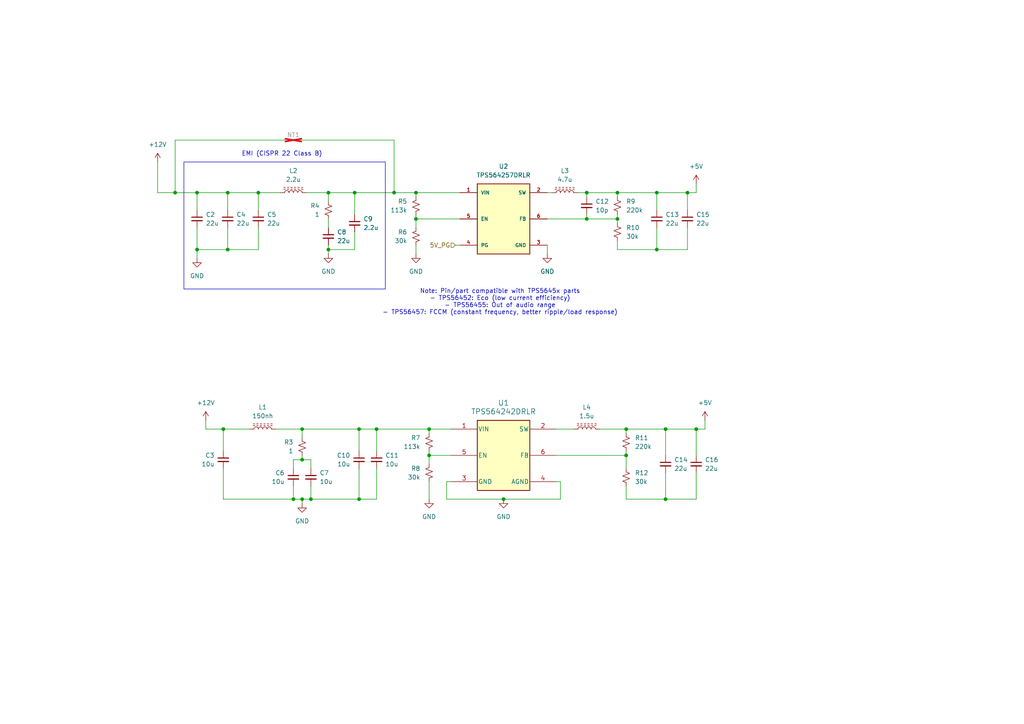
<source format=kicad_sch>
(kicad_sch
	(version 20231120)
	(generator "eeschema")
	(generator_version "8.0")
	(uuid "dc8f0fca-98c7-49e9-aade-0b760214c5a0")
	(paper "A4")
	(lib_symbols
		(symbol "Device:C_Small"
			(pin_numbers hide)
			(pin_names
				(offset 0.254) hide)
			(exclude_from_sim no)
			(in_bom yes)
			(on_board yes)
			(property "Reference" "C"
				(at 0.254 1.778 0)
				(effects
					(font
						(size 1.27 1.27)
					)
					(justify left)
				)
			)
			(property "Value" "C_Small"
				(at 0.254 -2.032 0)
				(effects
					(font
						(size 1.27 1.27)
					)
					(justify left)
				)
			)
			(property "Footprint" ""
				(at 0 0 0)
				(effects
					(font
						(size 1.27 1.27)
					)
					(hide yes)
				)
			)
			(property "Datasheet" "~"
				(at 0 0 0)
				(effects
					(font
						(size 1.27 1.27)
					)
					(hide yes)
				)
			)
			(property "Description" "Unpolarized capacitor, small symbol"
				(at 0 0 0)
				(effects
					(font
						(size 1.27 1.27)
					)
					(hide yes)
				)
			)
			(property "ki_keywords" "capacitor cap"
				(at 0 0 0)
				(effects
					(font
						(size 1.27 1.27)
					)
					(hide yes)
				)
			)
			(property "ki_fp_filters" "C_*"
				(at 0 0 0)
				(effects
					(font
						(size 1.27 1.27)
					)
					(hide yes)
				)
			)
			(symbol "C_Small_0_1"
				(polyline
					(pts
						(xy -1.524 -0.508) (xy 1.524 -0.508)
					)
					(stroke
						(width 0.3302)
						(type default)
					)
					(fill
						(type none)
					)
				)
				(polyline
					(pts
						(xy -1.524 0.508) (xy 1.524 0.508)
					)
					(stroke
						(width 0.3048)
						(type default)
					)
					(fill
						(type none)
					)
				)
			)
			(symbol "C_Small_1_1"
				(pin passive line
					(at 0 2.54 270)
					(length 2.032)
					(name "~"
						(effects
							(font
								(size 1.27 1.27)
							)
						)
					)
					(number "1"
						(effects
							(font
								(size 1.27 1.27)
							)
						)
					)
				)
				(pin passive line
					(at 0 -2.54 90)
					(length 2.032)
					(name "~"
						(effects
							(font
								(size 1.27 1.27)
							)
						)
					)
					(number "2"
						(effects
							(font
								(size 1.27 1.27)
							)
						)
					)
				)
			)
		)
		(symbol "Device:L_Ferrite"
			(pin_numbers hide)
			(pin_names
				(offset 1.016) hide)
			(exclude_from_sim no)
			(in_bom yes)
			(on_board yes)
			(property "Reference" "L"
				(at -1.27 0 90)
				(effects
					(font
						(size 1.27 1.27)
					)
				)
			)
			(property "Value" "L_Ferrite"
				(at 2.794 0 90)
				(effects
					(font
						(size 1.27 1.27)
					)
				)
			)
			(property "Footprint" ""
				(at 0 0 0)
				(effects
					(font
						(size 1.27 1.27)
					)
					(hide yes)
				)
			)
			(property "Datasheet" "~"
				(at 0 0 0)
				(effects
					(font
						(size 1.27 1.27)
					)
					(hide yes)
				)
			)
			(property "Description" "Inductor with ferrite core"
				(at 0 0 0)
				(effects
					(font
						(size 1.27 1.27)
					)
					(hide yes)
				)
			)
			(property "ki_keywords" "inductor choke coil reactor magnetic"
				(at 0 0 0)
				(effects
					(font
						(size 1.27 1.27)
					)
					(hide yes)
				)
			)
			(property "ki_fp_filters" "Choke_* *Coil* Inductor_* L_*"
				(at 0 0 0)
				(effects
					(font
						(size 1.27 1.27)
					)
					(hide yes)
				)
			)
			(symbol "L_Ferrite_0_1"
				(arc
					(start 0 -2.54)
					(mid 0.6323 -1.905)
					(end 0 -1.27)
					(stroke
						(width 0)
						(type default)
					)
					(fill
						(type none)
					)
				)
				(arc
					(start 0 -1.27)
					(mid 0.6323 -0.635)
					(end 0 0)
					(stroke
						(width 0)
						(type default)
					)
					(fill
						(type none)
					)
				)
				(polyline
					(pts
						(xy 1.016 -2.794) (xy 1.016 -2.286)
					)
					(stroke
						(width 0)
						(type default)
					)
					(fill
						(type none)
					)
				)
				(polyline
					(pts
						(xy 1.016 -1.778) (xy 1.016 -1.27)
					)
					(stroke
						(width 0)
						(type default)
					)
					(fill
						(type none)
					)
				)
				(polyline
					(pts
						(xy 1.016 -0.762) (xy 1.016 -0.254)
					)
					(stroke
						(width 0)
						(type default)
					)
					(fill
						(type none)
					)
				)
				(polyline
					(pts
						(xy 1.016 0.254) (xy 1.016 0.762)
					)
					(stroke
						(width 0)
						(type default)
					)
					(fill
						(type none)
					)
				)
				(polyline
					(pts
						(xy 1.016 1.27) (xy 1.016 1.778)
					)
					(stroke
						(width 0)
						(type default)
					)
					(fill
						(type none)
					)
				)
				(polyline
					(pts
						(xy 1.016 2.286) (xy 1.016 2.794)
					)
					(stroke
						(width 0)
						(type default)
					)
					(fill
						(type none)
					)
				)
				(polyline
					(pts
						(xy 1.524 -2.286) (xy 1.524 -2.794)
					)
					(stroke
						(width 0)
						(type default)
					)
					(fill
						(type none)
					)
				)
				(polyline
					(pts
						(xy 1.524 -1.27) (xy 1.524 -1.778)
					)
					(stroke
						(width 0)
						(type default)
					)
					(fill
						(type none)
					)
				)
				(polyline
					(pts
						(xy 1.524 -0.254) (xy 1.524 -0.762)
					)
					(stroke
						(width 0)
						(type default)
					)
					(fill
						(type none)
					)
				)
				(polyline
					(pts
						(xy 1.524 0.762) (xy 1.524 0.254)
					)
					(stroke
						(width 0)
						(type default)
					)
					(fill
						(type none)
					)
				)
				(polyline
					(pts
						(xy 1.524 1.778) (xy 1.524 1.27)
					)
					(stroke
						(width 0)
						(type default)
					)
					(fill
						(type none)
					)
				)
				(polyline
					(pts
						(xy 1.524 2.794) (xy 1.524 2.286)
					)
					(stroke
						(width 0)
						(type default)
					)
					(fill
						(type none)
					)
				)
				(arc
					(start 0 0)
					(mid 0.6323 0.635)
					(end 0 1.27)
					(stroke
						(width 0)
						(type default)
					)
					(fill
						(type none)
					)
				)
				(arc
					(start 0 1.27)
					(mid 0.6323 1.905)
					(end 0 2.54)
					(stroke
						(width 0)
						(type default)
					)
					(fill
						(type none)
					)
				)
			)
			(symbol "L_Ferrite_1_1"
				(pin passive line
					(at 0 3.81 270)
					(length 1.27)
					(name "1"
						(effects
							(font
								(size 1.27 1.27)
							)
						)
					)
					(number "1"
						(effects
							(font
								(size 1.27 1.27)
							)
						)
					)
				)
				(pin passive line
					(at 0 -3.81 90)
					(length 1.27)
					(name "2"
						(effects
							(font
								(size 1.27 1.27)
							)
						)
					)
					(number "2"
						(effects
							(font
								(size 1.27 1.27)
							)
						)
					)
				)
			)
		)
		(symbol "Device:NetTie_2"
			(pin_numbers hide)
			(pin_names
				(offset 0) hide)
			(exclude_from_sim no)
			(in_bom no)
			(on_board yes)
			(property "Reference" "NT"
				(at 0 1.27 0)
				(effects
					(font
						(size 1.27 1.27)
					)
				)
			)
			(property "Value" "NetTie_2"
				(at 0 -1.27 0)
				(effects
					(font
						(size 1.27 1.27)
					)
				)
			)
			(property "Footprint" ""
				(at 0 0 0)
				(effects
					(font
						(size 1.27 1.27)
					)
					(hide yes)
				)
			)
			(property "Datasheet" "~"
				(at 0 0 0)
				(effects
					(font
						(size 1.27 1.27)
					)
					(hide yes)
				)
			)
			(property "Description" "Net tie, 2 pins"
				(at 0 0 0)
				(effects
					(font
						(size 1.27 1.27)
					)
					(hide yes)
				)
			)
			(property "ki_keywords" "net tie short"
				(at 0 0 0)
				(effects
					(font
						(size 1.27 1.27)
					)
					(hide yes)
				)
			)
			(property "ki_fp_filters" "Net*Tie*"
				(at 0 0 0)
				(effects
					(font
						(size 1.27 1.27)
					)
					(hide yes)
				)
			)
			(symbol "NetTie_2_0_1"
				(polyline
					(pts
						(xy -1.27 0) (xy 1.27 0)
					)
					(stroke
						(width 0.254)
						(type default)
					)
					(fill
						(type none)
					)
				)
			)
			(symbol "NetTie_2_1_1"
				(pin passive line
					(at -2.54 0 0)
					(length 2.54)
					(name "1"
						(effects
							(font
								(size 1.27 1.27)
							)
						)
					)
					(number "1"
						(effects
							(font
								(size 1.27 1.27)
							)
						)
					)
				)
				(pin passive line
					(at 2.54 0 180)
					(length 2.54)
					(name "2"
						(effects
							(font
								(size 1.27 1.27)
							)
						)
					)
					(number "2"
						(effects
							(font
								(size 1.27 1.27)
							)
						)
					)
				)
			)
		)
		(symbol "Device:R_Small_US"
			(pin_numbers hide)
			(pin_names
				(offset 0.254) hide)
			(exclude_from_sim no)
			(in_bom yes)
			(on_board yes)
			(property "Reference" "R"
				(at 0.762 0.508 0)
				(effects
					(font
						(size 1.27 1.27)
					)
					(justify left)
				)
			)
			(property "Value" "R_Small_US"
				(at 0.762 -1.016 0)
				(effects
					(font
						(size 1.27 1.27)
					)
					(justify left)
				)
			)
			(property "Footprint" ""
				(at 0 0 0)
				(effects
					(font
						(size 1.27 1.27)
					)
					(hide yes)
				)
			)
			(property "Datasheet" "~"
				(at 0 0 0)
				(effects
					(font
						(size 1.27 1.27)
					)
					(hide yes)
				)
			)
			(property "Description" "Resistor, small US symbol"
				(at 0 0 0)
				(effects
					(font
						(size 1.27 1.27)
					)
					(hide yes)
				)
			)
			(property "ki_keywords" "r resistor"
				(at 0 0 0)
				(effects
					(font
						(size 1.27 1.27)
					)
					(hide yes)
				)
			)
			(property "ki_fp_filters" "R_*"
				(at 0 0 0)
				(effects
					(font
						(size 1.27 1.27)
					)
					(hide yes)
				)
			)
			(symbol "R_Small_US_1_1"
				(polyline
					(pts
						(xy 0 0) (xy 1.016 -0.381) (xy 0 -0.762) (xy -1.016 -1.143) (xy 0 -1.524)
					)
					(stroke
						(width 0)
						(type default)
					)
					(fill
						(type none)
					)
				)
				(polyline
					(pts
						(xy 0 1.524) (xy 1.016 1.143) (xy 0 0.762) (xy -1.016 0.381) (xy 0 0)
					)
					(stroke
						(width 0)
						(type default)
					)
					(fill
						(type none)
					)
				)
				(pin passive line
					(at 0 2.54 270)
					(length 1.016)
					(name "~"
						(effects
							(font
								(size 1.27 1.27)
							)
						)
					)
					(number "1"
						(effects
							(font
								(size 1.27 1.27)
							)
						)
					)
				)
				(pin passive line
					(at 0 -2.54 90)
					(length 1.016)
					(name "~"
						(effects
							(font
								(size 1.27 1.27)
							)
						)
					)
					(number "2"
						(effects
							(font
								(size 1.27 1.27)
							)
						)
					)
				)
			)
		)
		(symbol "TPS564242DRLR:TPS564242DRLR"
			(pin_names
				(offset 0.254)
			)
			(exclude_from_sim no)
			(in_bom yes)
			(on_board yes)
			(property "Reference" "U"
				(at 20.32 10.16 0)
				(effects
					(font
						(size 1.524 1.524)
					)
				)
			)
			(property "Value" "TPS564242DRLR"
				(at 20.32 7.62 0)
				(effects
					(font
						(size 1.524 1.524)
					)
				)
			)
			(property "Footprint" "TPS564242DRLR:TPS564242DRLR_TEX"
				(at 0 0 0)
				(effects
					(font
						(size 1.27 1.27)
						(italic yes)
					)
					(hide yes)
				)
			)
			(property "Datasheet" "TPS564242DRLR"
				(at 0 0 0)
				(effects
					(font
						(size 1.27 1.27)
						(italic yes)
					)
					(hide yes)
				)
			)
			(property "Description" ""
				(at 0 0 0)
				(effects
					(font
						(size 1.27 1.27)
					)
					(hide yes)
				)
			)
			(property "ki_keywords" "TPS564242DRLR"
				(at 0 0 0)
				(effects
					(font
						(size 1.27 1.27)
					)
					(hide yes)
				)
			)
			(property "ki_fp_filters" "TPS564242DRLR_TEX TPS564242DRLR_TEX-M TPS564242DRLR_TEX-L"
				(at 0 0 0)
				(effects
					(font
						(size 1.27 1.27)
					)
					(hide yes)
				)
			)
			(symbol "TPS564242DRLR_0_0"
				(rectangle
					(start 12.7 -15.24)
					(end 27.94 5.08)
					(stroke
						(width 0.254)
						(type default)
					)
					(fill
						(type background)
					)
				)
			)
			(symbol "TPS564242DRLR_0_1"
				(pin power_in line
					(at 5.08 2.54 0)
					(length 7.62)
					(name "VIN"
						(effects
							(font
								(size 1.27 1.27)
							)
						)
					)
					(number "1"
						(effects
							(font
								(size 1.27 1.27)
							)
						)
					)
				)
				(pin power_out line
					(at 5.08 -12.7 0)
					(length 7.62)
					(name "GND"
						(effects
							(font
								(size 1.27 1.27)
							)
						)
					)
					(number "3"
						(effects
							(font
								(size 1.27 1.27)
							)
						)
					)
				)
				(pin power_out line
					(at 35.56 -12.7 180)
					(length 7.62)
					(name "AGND"
						(effects
							(font
								(size 1.27 1.27)
							)
						)
					)
					(number "4"
						(effects
							(font
								(size 1.27 1.27)
							)
						)
					)
				)
				(pin input line
					(at 5.08 -5.08 0)
					(length 7.62)
					(name "EN"
						(effects
							(font
								(size 1.27 1.27)
							)
						)
					)
					(number "5"
						(effects
							(font
								(size 1.27 1.27)
							)
						)
					)
				)
				(pin input line
					(at 35.56 -5.08 180)
					(length 7.62)
					(name "FB"
						(effects
							(font
								(size 1.27 1.27)
							)
						)
					)
					(number "6"
						(effects
							(font
								(size 1.27 1.27)
							)
						)
					)
				)
			)
			(symbol "TPS564242DRLR_1_1"
				(pin power_out line
					(at 35.56 2.54 180)
					(length 7.62)
					(name "SW"
						(effects
							(font
								(size 1.27 1.27)
							)
						)
					)
					(number "2"
						(effects
							(font
								(size 1.27 1.27)
							)
						)
					)
				)
			)
		)
		(symbol "TPS564257DRLR:TPS564257DRLR"
			(pin_names
				(offset 1.016)
			)
			(exclude_from_sim no)
			(in_bom yes)
			(on_board yes)
			(property "Reference" "U"
				(at -7.62 12.7 0)
				(effects
					(font
						(size 1.27 1.27)
					)
					(justify left top)
				)
			)
			(property "Value" "TPS564257DRLR"
				(at -7.62 -12.7 0)
				(effects
					(font
						(size 1.27 1.27)
					)
					(justify left bottom)
				)
			)
			(property "Footprint" "TPS564257DRLR:SOT50P160X60-6N"
				(at 0 0 0)
				(effects
					(font
						(size 1.27 1.27)
					)
					(justify bottom)
					(hide yes)
				)
			)
			(property "Datasheet" ""
				(at 0 0 0)
				(effects
					(font
						(size 1.27 1.27)
					)
					(hide yes)
				)
			)
			(property "Description" ""
				(at 0 0 0)
				(effects
					(font
						(size 1.27 1.27)
					)
					(hide yes)
				)
			)
			(property "PARTREV" "A"
				(at 0 0 0)
				(effects
					(font
						(size 1.27 1.27)
					)
					(justify bottom)
					(hide yes)
				)
			)
			(property "STANDARD" "IPC-7351B"
				(at 0 0 0)
				(effects
					(font
						(size 1.27 1.27)
					)
					(justify bottom)
					(hide yes)
				)
			)
			(property "MAXIMUM_PACKAGE_HEIGHT" "0.60mm"
				(at 0 0 0)
				(effects
					(font
						(size 1.27 1.27)
					)
					(justify bottom)
					(hide yes)
				)
			)
			(property "MANUFACTURER" "Texas Instruments"
				(at 0 0 0)
				(effects
					(font
						(size 1.27 1.27)
					)
					(justify bottom)
					(hide yes)
				)
			)
			(symbol "TPS564257DRLR_0_0"
				(rectangle
					(start -7.62 -10.16)
					(end 7.62 10.16)
					(stroke
						(width 0.254)
						(type default)
					)
					(fill
						(type background)
					)
				)
				(pin power_in line
					(at -12.7 7.62 0)
					(length 5.08)
					(name "VIN"
						(effects
							(font
								(size 1.016 1.016)
							)
						)
					)
					(number "1"
						(effects
							(font
								(size 1.016 1.016)
							)
						)
					)
				)
				(pin power_in line
					(at 12.7 -7.62 180)
					(length 5.08)
					(name "GND"
						(effects
							(font
								(size 1.016 1.016)
							)
						)
					)
					(number "3"
						(effects
							(font
								(size 1.016 1.016)
							)
						)
					)
				)
				(pin output line
					(at -12.7 -7.62 0)
					(length 5.08)
					(name "PG"
						(effects
							(font
								(size 1.016 1.016)
							)
						)
					)
					(number "4"
						(effects
							(font
								(size 1.016 1.016)
							)
						)
					)
				)
				(pin input line
					(at -12.7 0 0)
					(length 5.08)
					(name "EN"
						(effects
							(font
								(size 1.016 1.016)
							)
						)
					)
					(number "5"
						(effects
							(font
								(size 1.016 1.016)
							)
						)
					)
				)
				(pin input line
					(at 12.7 0 180)
					(length 5.08)
					(name "FB"
						(effects
							(font
								(size 1.016 1.016)
							)
						)
					)
					(number "6"
						(effects
							(font
								(size 1.016 1.016)
							)
						)
					)
				)
			)
			(symbol "TPS564257DRLR_1_0"
				(pin power_out line
					(at 12.7 7.62 180)
					(length 5.08)
					(name "SW"
						(effects
							(font
								(size 1.016 1.016)
							)
						)
					)
					(number "2"
						(effects
							(font
								(size 1.016 1.016)
							)
						)
					)
				)
			)
		)
		(symbol "power:+12V"
			(power)
			(pin_names
				(offset 0)
			)
			(exclude_from_sim no)
			(in_bom yes)
			(on_board yes)
			(property "Reference" "#PWR"
				(at 0 -3.81 0)
				(effects
					(font
						(size 1.27 1.27)
					)
					(hide yes)
				)
			)
			(property "Value" "+12V"
				(at 0 3.556 0)
				(effects
					(font
						(size 1.27 1.27)
					)
				)
			)
			(property "Footprint" ""
				(at 0 0 0)
				(effects
					(font
						(size 1.27 1.27)
					)
					(hide yes)
				)
			)
			(property "Datasheet" ""
				(at 0 0 0)
				(effects
					(font
						(size 1.27 1.27)
					)
					(hide yes)
				)
			)
			(property "Description" "Power symbol creates a global label with name \"+12V\""
				(at 0 0 0)
				(effects
					(font
						(size 1.27 1.27)
					)
					(hide yes)
				)
			)
			(property "ki_keywords" "global power"
				(at 0 0 0)
				(effects
					(font
						(size 1.27 1.27)
					)
					(hide yes)
				)
			)
			(symbol "+12V_0_1"
				(polyline
					(pts
						(xy -0.762 1.27) (xy 0 2.54)
					)
					(stroke
						(width 0)
						(type default)
					)
					(fill
						(type none)
					)
				)
				(polyline
					(pts
						(xy 0 0) (xy 0 2.54)
					)
					(stroke
						(width 0)
						(type default)
					)
					(fill
						(type none)
					)
				)
				(polyline
					(pts
						(xy 0 2.54) (xy 0.762 1.27)
					)
					(stroke
						(width 0)
						(type default)
					)
					(fill
						(type none)
					)
				)
			)
			(symbol "+12V_1_1"
				(pin power_in line
					(at 0 0 90)
					(length 0) hide
					(name "+12V"
						(effects
							(font
								(size 1.27 1.27)
							)
						)
					)
					(number "1"
						(effects
							(font
								(size 1.27 1.27)
							)
						)
					)
				)
			)
		)
		(symbol "power:+5V"
			(power)
			(pin_names
				(offset 0)
			)
			(exclude_from_sim no)
			(in_bom yes)
			(on_board yes)
			(property "Reference" "#PWR"
				(at 0 -3.81 0)
				(effects
					(font
						(size 1.27 1.27)
					)
					(hide yes)
				)
			)
			(property "Value" "+5V"
				(at 0 3.556 0)
				(effects
					(font
						(size 1.27 1.27)
					)
				)
			)
			(property "Footprint" ""
				(at 0 0 0)
				(effects
					(font
						(size 1.27 1.27)
					)
					(hide yes)
				)
			)
			(property "Datasheet" ""
				(at 0 0 0)
				(effects
					(font
						(size 1.27 1.27)
					)
					(hide yes)
				)
			)
			(property "Description" "Power symbol creates a global label with name \"+5V\""
				(at 0 0 0)
				(effects
					(font
						(size 1.27 1.27)
					)
					(hide yes)
				)
			)
			(property "ki_keywords" "global power"
				(at 0 0 0)
				(effects
					(font
						(size 1.27 1.27)
					)
					(hide yes)
				)
			)
			(symbol "+5V_0_1"
				(polyline
					(pts
						(xy -0.762 1.27) (xy 0 2.54)
					)
					(stroke
						(width 0)
						(type default)
					)
					(fill
						(type none)
					)
				)
				(polyline
					(pts
						(xy 0 0) (xy 0 2.54)
					)
					(stroke
						(width 0)
						(type default)
					)
					(fill
						(type none)
					)
				)
				(polyline
					(pts
						(xy 0 2.54) (xy 0.762 1.27)
					)
					(stroke
						(width 0)
						(type default)
					)
					(fill
						(type none)
					)
				)
			)
			(symbol "+5V_1_1"
				(pin power_in line
					(at 0 0 90)
					(length 0) hide
					(name "+5V"
						(effects
							(font
								(size 1.27 1.27)
							)
						)
					)
					(number "1"
						(effects
							(font
								(size 1.27 1.27)
							)
						)
					)
				)
			)
		)
		(symbol "power:GND"
			(power)
			(pin_names
				(offset 0)
			)
			(exclude_from_sim no)
			(in_bom yes)
			(on_board yes)
			(property "Reference" "#PWR"
				(at 0 -6.35 0)
				(effects
					(font
						(size 1.27 1.27)
					)
					(hide yes)
				)
			)
			(property "Value" "GND"
				(at 0 -3.81 0)
				(effects
					(font
						(size 1.27 1.27)
					)
				)
			)
			(property "Footprint" ""
				(at 0 0 0)
				(effects
					(font
						(size 1.27 1.27)
					)
					(hide yes)
				)
			)
			(property "Datasheet" ""
				(at 0 0 0)
				(effects
					(font
						(size 1.27 1.27)
					)
					(hide yes)
				)
			)
			(property "Description" "Power symbol creates a global label with name \"GND\" , ground"
				(at 0 0 0)
				(effects
					(font
						(size 1.27 1.27)
					)
					(hide yes)
				)
			)
			(property "ki_keywords" "global power"
				(at 0 0 0)
				(effects
					(font
						(size 1.27 1.27)
					)
					(hide yes)
				)
			)
			(symbol "GND_0_1"
				(polyline
					(pts
						(xy 0 0) (xy 0 -1.27) (xy 1.27 -1.27) (xy 0 -2.54) (xy -1.27 -1.27) (xy 0 -1.27)
					)
					(stroke
						(width 0)
						(type default)
					)
					(fill
						(type none)
					)
				)
			)
			(symbol "GND_1_1"
				(pin power_in line
					(at 0 0 270)
					(length 0) hide
					(name "GND"
						(effects
							(font
								(size 1.27 1.27)
							)
						)
					)
					(number "1"
						(effects
							(font
								(size 1.27 1.27)
							)
						)
					)
				)
			)
		)
	)
	(junction
		(at 66.04 55.88)
		(diameter 0)
		(color 0 0 0 0)
		(uuid "01fd58a6-b7a5-45bb-8d2f-bd240e3d8ee1")
	)
	(junction
		(at 85.09 144.78)
		(diameter 0)
		(color 0 0 0 0)
		(uuid "1bb2c74c-7561-4111-a1aa-b52dbb0e24a0")
	)
	(junction
		(at 87.63 124.46)
		(diameter 0)
		(color 0 0 0 0)
		(uuid "31fa88ee-df88-483b-af51-72897d4d54fb")
	)
	(junction
		(at 181.61 124.46)
		(diameter 0)
		(color 0 0 0 0)
		(uuid "3c0366b8-c060-4f5f-a3c2-8508af843521")
	)
	(junction
		(at 190.5 55.88)
		(diameter 0)
		(color 0 0 0 0)
		(uuid "3f7d3b0b-af5b-4fd8-8f5f-b4e35d4a5ea2")
	)
	(junction
		(at 66.04 72.39)
		(diameter 0)
		(color 0 0 0 0)
		(uuid "3f96f02f-88e4-4ec2-bdfc-bd3a2fd460d7")
	)
	(junction
		(at 124.46 132.08)
		(diameter 0)
		(color 0 0 0 0)
		(uuid "4451e0d6-47eb-46a2-9165-35d1e1c9d5c0")
	)
	(junction
		(at 87.63 144.78)
		(diameter 0)
		(color 0 0 0 0)
		(uuid "4d4bcd8a-3373-44eb-82ac-81fd4345b9c6")
	)
	(junction
		(at 104.14 124.46)
		(diameter 0)
		(color 0 0 0 0)
		(uuid "5288f7b8-3619-44d1-843b-628ab76958c0")
	)
	(junction
		(at 102.87 55.88)
		(diameter 0)
		(color 0 0 0 0)
		(uuid "55408d01-3657-4df2-bac3-5a94c40f8a0a")
	)
	(junction
		(at 193.04 124.46)
		(diameter 0)
		(color 0 0 0 0)
		(uuid "7292358a-0541-475d-ae53-2ab32026e047")
	)
	(junction
		(at 87.63 133.35)
		(diameter 0)
		(color 0 0 0 0)
		(uuid "7438978e-0894-464f-960e-18ef9de573f4")
	)
	(junction
		(at 50.8 55.88)
		(diameter 0)
		(color 0 0 0 0)
		(uuid "86173145-2240-441d-acdd-88927c71aea3")
	)
	(junction
		(at 64.77 124.46)
		(diameter 0)
		(color 0 0 0 0)
		(uuid "950cdbe0-9b5f-4ccd-a62d-490f5e609f02")
	)
	(junction
		(at 57.15 72.39)
		(diameter 0)
		(color 0 0 0 0)
		(uuid "96455d2a-4471-446a-8b9b-fe2276d3c639")
	)
	(junction
		(at 201.93 124.46)
		(diameter 0)
		(color 0 0 0 0)
		(uuid "9740dd8c-3cee-4d6a-834c-b6ec89de3923")
	)
	(junction
		(at 170.18 55.88)
		(diameter 0)
		(color 0 0 0 0)
		(uuid "99dfe57b-108b-4033-82d9-88486f6d8b9d")
	)
	(junction
		(at 57.15 55.88)
		(diameter 0)
		(color 0 0 0 0)
		(uuid "a49776c0-5356-4456-8815-f80823c36487")
	)
	(junction
		(at 114.3 55.88)
		(diameter 0)
		(color 0 0 0 0)
		(uuid "a90783af-a96c-476e-b811-37326227b528")
	)
	(junction
		(at 95.25 55.88)
		(diameter 0)
		(color 0 0 0 0)
		(uuid "b087c4da-f912-490e-b857-0e30d164866b")
	)
	(junction
		(at 170.18 63.5)
		(diameter 0)
		(color 0 0 0 0)
		(uuid "b1b0aeab-1923-4759-83c7-96164c503cfe")
	)
	(junction
		(at 179.07 55.88)
		(diameter 0)
		(color 0 0 0 0)
		(uuid "b39c677b-a11a-416e-b983-e65b1212bb4f")
	)
	(junction
		(at 90.17 144.78)
		(diameter 0)
		(color 0 0 0 0)
		(uuid "b5b1abdd-4e2a-470c-b4f3-84385397222d")
	)
	(junction
		(at 109.22 124.46)
		(diameter 0)
		(color 0 0 0 0)
		(uuid "b5c638c7-e8c6-44b2-ad9d-46d05315d34f")
	)
	(junction
		(at 146.05 144.78)
		(diameter 0)
		(color 0 0 0 0)
		(uuid "b7b4c0b9-4164-4a48-a749-a112017d157f")
	)
	(junction
		(at 181.61 132.08)
		(diameter 0)
		(color 0 0 0 0)
		(uuid "b8841f04-4c2e-4409-9854-4fc435c8764f")
	)
	(junction
		(at 120.65 63.5)
		(diameter 0)
		(color 0 0 0 0)
		(uuid "c0e73b1f-2240-487d-ab4d-8346c10cf787")
	)
	(junction
		(at 74.93 55.88)
		(diameter 0)
		(color 0 0 0 0)
		(uuid "df4b8692-c036-4be5-b7ff-4413e6c8a0d5")
	)
	(junction
		(at 179.07 63.5)
		(diameter 0)
		(color 0 0 0 0)
		(uuid "e0517592-74fa-45ce-a53d-6df819fd7d98")
	)
	(junction
		(at 104.14 144.78)
		(diameter 0)
		(color 0 0 0 0)
		(uuid "e18b0815-56c2-4e90-bebe-25a2aea4f8b3")
	)
	(junction
		(at 190.5 72.39)
		(diameter 0)
		(color 0 0 0 0)
		(uuid "e285f698-6aa4-411d-9c86-b7b592cd305d")
	)
	(junction
		(at 193.04 144.78)
		(diameter 0)
		(color 0 0 0 0)
		(uuid "e45cf9f4-77bc-451a-b64c-18a0e645d27a")
	)
	(junction
		(at 120.65 55.88)
		(diameter 0)
		(color 0 0 0 0)
		(uuid "ed9129b6-a762-4ca2-b7a9-eddbbfd651d7")
	)
	(junction
		(at 124.46 124.46)
		(diameter 0)
		(color 0 0 0 0)
		(uuid "f33a121e-a0f0-4cbd-badb-b1432ec51523")
	)
	(junction
		(at 95.25 72.39)
		(diameter 0)
		(color 0 0 0 0)
		(uuid "f3a2af05-a08b-419e-87dc-d312a624b8e1")
	)
	(junction
		(at 199.39 55.88)
		(diameter 0)
		(color 0 0 0 0)
		(uuid "fdcf0ecb-fcce-4ec4-a13e-6f781551b047")
	)
	(wire
		(pts
			(xy 114.3 40.64) (xy 114.3 55.88)
		)
		(stroke
			(width 0)
			(type default)
		)
		(uuid "0124eb6d-cb60-4044-b8e6-d57838c1a16b")
	)
	(wire
		(pts
			(xy 87.63 133.35) (xy 85.09 133.35)
		)
		(stroke
			(width 0)
			(type default)
		)
		(uuid "014d11bc-98cc-43bf-9563-b92ad41c1f5b")
	)
	(wire
		(pts
			(xy 90.17 133.35) (xy 90.17 135.89)
		)
		(stroke
			(width 0)
			(type default)
		)
		(uuid "02bd3c06-a519-4165-9b1e-6263cdf19e7b")
	)
	(wire
		(pts
			(xy 204.47 121.92) (xy 204.47 124.46)
		)
		(stroke
			(width 0)
			(type default)
		)
		(uuid "036b1250-bb87-412a-817a-30533ae5c77a")
	)
	(wire
		(pts
			(xy 201.93 124.46) (xy 204.47 124.46)
		)
		(stroke
			(width 0)
			(type default)
		)
		(uuid "054b4045-acef-49e1-ae84-a9c8e04c637c")
	)
	(wire
		(pts
			(xy 85.09 133.35) (xy 85.09 135.89)
		)
		(stroke
			(width 0)
			(type default)
		)
		(uuid "061b0655-f17c-41d2-8a08-6f4ded3a09aa")
	)
	(wire
		(pts
			(xy 114.3 55.88) (xy 120.65 55.88)
		)
		(stroke
			(width 0)
			(type default)
		)
		(uuid "06536457-c502-4cea-bfa6-3c88c04e5e40")
	)
	(wire
		(pts
			(xy 87.63 124.46) (xy 87.63 127)
		)
		(stroke
			(width 0)
			(type default)
		)
		(uuid "06fb2662-55b0-404c-8ad5-dc26543cc3bb")
	)
	(wire
		(pts
			(xy 170.18 63.5) (xy 179.07 63.5)
		)
		(stroke
			(width 0)
			(type default)
		)
		(uuid "0f8057b8-89b3-4725-b994-e2f21c30b1a5")
	)
	(wire
		(pts
			(xy 95.25 55.88) (xy 102.87 55.88)
		)
		(stroke
			(width 0)
			(type default)
		)
		(uuid "1178811a-47fe-4bf7-8a62-c6fe490f7f39")
	)
	(wire
		(pts
			(xy 95.25 55.88) (xy 95.25 58.42)
		)
		(stroke
			(width 0)
			(type default)
		)
		(uuid "153f2f5e-edc8-4650-afbd-70d8ed2db5e0")
	)
	(wire
		(pts
			(xy 104.14 144.78) (xy 109.22 144.78)
		)
		(stroke
			(width 0)
			(type default)
		)
		(uuid "19713225-4f42-447f-8fcc-c30c4a6866d1")
	)
	(wire
		(pts
			(xy 109.22 124.46) (xy 109.22 130.81)
		)
		(stroke
			(width 0)
			(type default)
		)
		(uuid "1b0b2f3c-f429-49bd-9fc1-ca775d67b68a")
	)
	(wire
		(pts
			(xy 64.77 124.46) (xy 64.77 130.81)
		)
		(stroke
			(width 0)
			(type default)
		)
		(uuid "1d15c362-d949-4391-a21e-45e56f8e6a44")
	)
	(wire
		(pts
			(xy 181.61 140.97) (xy 181.61 144.78)
		)
		(stroke
			(width 0)
			(type default)
		)
		(uuid "1ef5a4cb-e29a-408c-be60-7ac969ee078b")
	)
	(wire
		(pts
			(xy 50.8 55.88) (xy 57.15 55.88)
		)
		(stroke
			(width 0)
			(type default)
		)
		(uuid "2257a6ae-e7e9-4399-87de-311c1c0a29a7")
	)
	(wire
		(pts
			(xy 87.63 144.78) (xy 87.63 146.05)
		)
		(stroke
			(width 0)
			(type default)
		)
		(uuid "276124e7-765e-4a79-b929-2019b8b528e8")
	)
	(wire
		(pts
			(xy 74.93 66.04) (xy 74.93 72.39)
		)
		(stroke
			(width 0)
			(type default)
		)
		(uuid "2829f581-c926-4acc-bc30-b1bbf295a568")
	)
	(wire
		(pts
			(xy 124.46 130.81) (xy 124.46 132.08)
		)
		(stroke
			(width 0)
			(type default)
		)
		(uuid "294e714f-f0c8-4478-999e-180675483c34")
	)
	(wire
		(pts
			(xy 193.04 124.46) (xy 193.04 132.08)
		)
		(stroke
			(width 0)
			(type default)
		)
		(uuid "2bda62f5-84b2-432c-bdbc-f218df1b9c0e")
	)
	(wire
		(pts
			(xy 201.93 124.46) (xy 193.04 124.46)
		)
		(stroke
			(width 0)
			(type default)
		)
		(uuid "2d14238e-ef34-413f-94bc-cd2d6c6e4fb6")
	)
	(wire
		(pts
			(xy 132.08 71.12) (xy 133.35 71.12)
		)
		(stroke
			(width 0)
			(type default)
		)
		(uuid "2e013bb1-fd80-4922-90c1-c4f6c2bbcdff")
	)
	(wire
		(pts
			(xy 88.9 55.88) (xy 95.25 55.88)
		)
		(stroke
			(width 0)
			(type default)
		)
		(uuid "2fa7e752-2074-4047-8295-b0f6aa7c4b09")
	)
	(wire
		(pts
			(xy 57.15 66.04) (xy 57.15 72.39)
		)
		(stroke
			(width 0)
			(type default)
		)
		(uuid "2ff1788a-30dd-45af-907b-7bdac1a06f70")
	)
	(wire
		(pts
			(xy 162.56 139.7) (xy 161.29 139.7)
		)
		(stroke
			(width 0)
			(type default)
		)
		(uuid "30c9a02b-2da4-4156-a5a6-112e8088c5b2")
	)
	(wire
		(pts
			(xy 120.65 63.5) (xy 120.65 66.04)
		)
		(stroke
			(width 0)
			(type default)
		)
		(uuid "3140396f-cee2-4279-98ee-952b754d3161")
	)
	(wire
		(pts
			(xy 199.39 55.88) (xy 201.93 55.88)
		)
		(stroke
			(width 0)
			(type default)
		)
		(uuid "33743e58-5b08-4c00-91d1-296416578389")
	)
	(wire
		(pts
			(xy 120.65 71.12) (xy 120.65 73.66)
		)
		(stroke
			(width 0)
			(type default)
		)
		(uuid "3521b1f7-0ad1-4989-aa17-c6d1ae0da032")
	)
	(wire
		(pts
			(xy 87.63 144.78) (xy 90.17 144.78)
		)
		(stroke
			(width 0)
			(type default)
		)
		(uuid "41da8c75-757d-4c9f-ad72-7ddc86d7dbb0")
	)
	(wire
		(pts
			(xy 102.87 55.88) (xy 114.3 55.88)
		)
		(stroke
			(width 0)
			(type default)
		)
		(uuid "4756828c-c55c-4ced-b3d6-14d68ef7c60c")
	)
	(wire
		(pts
			(xy 57.15 72.39) (xy 66.04 72.39)
		)
		(stroke
			(width 0)
			(type default)
		)
		(uuid "4b1fe4d3-04e0-4de7-b73b-ede36794d896")
	)
	(wire
		(pts
			(xy 201.93 137.16) (xy 201.93 144.78)
		)
		(stroke
			(width 0)
			(type default)
		)
		(uuid "5303096d-ed39-49cd-bfa5-2c79ddc7f6a1")
	)
	(wire
		(pts
			(xy 170.18 55.88) (xy 170.18 57.15)
		)
		(stroke
			(width 0)
			(type default)
		)
		(uuid "543d1776-d72c-411e-be2f-cd9c68828899")
	)
	(wire
		(pts
			(xy 90.17 144.78) (xy 90.17 140.97)
		)
		(stroke
			(width 0)
			(type default)
		)
		(uuid "5460074a-2428-4a43-bcb2-690a9d4162c3")
	)
	(wire
		(pts
			(xy 190.5 55.88) (xy 190.5 60.96)
		)
		(stroke
			(width 0)
			(type default)
		)
		(uuid "547c157f-e323-4d80-974a-9bbd2c3d272b")
	)
	(wire
		(pts
			(xy 95.25 71.12) (xy 95.25 72.39)
		)
		(stroke
			(width 0)
			(type default)
		)
		(uuid "55388d48-e476-4b45-ae49-3e7ac1106ff7")
	)
	(wire
		(pts
			(xy 87.63 40.64) (xy 114.3 40.64)
		)
		(stroke
			(width 0)
			(type default)
		)
		(uuid "57e1fa8d-4967-4471-bdf2-5d0fc7289de1")
	)
	(wire
		(pts
			(xy 120.65 62.23) (xy 120.65 63.5)
		)
		(stroke
			(width 0)
			(type default)
		)
		(uuid "5857c5b7-76b7-4bd4-acd7-237150d1bc44")
	)
	(wire
		(pts
			(xy 193.04 137.16) (xy 193.04 144.78)
		)
		(stroke
			(width 0)
			(type default)
		)
		(uuid "5afc4614-e13f-4a57-ae94-87a36017e8f4")
	)
	(wire
		(pts
			(xy 181.61 144.78) (xy 193.04 144.78)
		)
		(stroke
			(width 0)
			(type default)
		)
		(uuid "5cacce31-c02d-4e86-b363-5d23e58c498b")
	)
	(wire
		(pts
			(xy 64.77 144.78) (xy 85.09 144.78)
		)
		(stroke
			(width 0)
			(type default)
		)
		(uuid "5d5aefcf-26b6-4d98-ad18-6bf5ad4b824a")
	)
	(wire
		(pts
			(xy 161.29 124.46) (xy 166.37 124.46)
		)
		(stroke
			(width 0)
			(type default)
		)
		(uuid "5f042c64-e56a-4da3-88b0-5c98309aa3b0")
	)
	(wire
		(pts
			(xy 102.87 67.31) (xy 102.87 72.39)
		)
		(stroke
			(width 0)
			(type default)
		)
		(uuid "614ce789-d0fa-4096-90b2-8bc1defbd724")
	)
	(wire
		(pts
			(xy 129.54 144.78) (xy 146.05 144.78)
		)
		(stroke
			(width 0)
			(type default)
		)
		(uuid "63e11da9-39e8-4a96-a454-6867a517477e")
	)
	(wire
		(pts
			(xy 129.54 139.7) (xy 130.81 139.7)
		)
		(stroke
			(width 0)
			(type default)
		)
		(uuid "64c847ce-73b8-47cc-acab-2757d58dd8f8")
	)
	(wire
		(pts
			(xy 190.5 66.04) (xy 190.5 72.39)
		)
		(stroke
			(width 0)
			(type default)
		)
		(uuid "69cc09c5-b6af-4383-83c0-a00525b31568")
	)
	(wire
		(pts
			(xy 179.07 63.5) (xy 179.07 64.77)
		)
		(stroke
			(width 0)
			(type default)
		)
		(uuid "6a2b3e8f-422b-4ea3-8458-fe35cc55851d")
	)
	(wire
		(pts
			(xy 59.69 124.46) (xy 64.77 124.46)
		)
		(stroke
			(width 0)
			(type default)
		)
		(uuid "6c624713-b3b1-4113-97c0-c35ba0f7de48")
	)
	(wire
		(pts
			(xy 104.14 124.46) (xy 104.14 130.81)
		)
		(stroke
			(width 0)
			(type default)
		)
		(uuid "6e991a32-9bc0-42e2-bff0-c660309fc086")
	)
	(wire
		(pts
			(xy 124.46 132.08) (xy 130.81 132.08)
		)
		(stroke
			(width 0)
			(type default)
		)
		(uuid "6ea0124a-c921-430a-b2fd-2ebc700b0328")
	)
	(wire
		(pts
			(xy 87.63 124.46) (xy 104.14 124.46)
		)
		(stroke
			(width 0)
			(type default)
		)
		(uuid "7116e670-71c4-4a8b-89b9-6fa0671b5eb9")
	)
	(wire
		(pts
			(xy 81.28 55.88) (xy 74.93 55.88)
		)
		(stroke
			(width 0)
			(type default)
		)
		(uuid "73a1558f-01fe-4e2f-9731-253a6657fd75")
	)
	(wire
		(pts
			(xy 181.61 130.81) (xy 181.61 132.08)
		)
		(stroke
			(width 0)
			(type default)
		)
		(uuid "75e4da50-1e87-4dee-96c7-597ace241512")
	)
	(wire
		(pts
			(xy 199.39 55.88) (xy 199.39 60.96)
		)
		(stroke
			(width 0)
			(type default)
		)
		(uuid "7693e075-d144-45b3-be46-a854c509f736")
	)
	(wire
		(pts
			(xy 161.29 132.08) (xy 181.61 132.08)
		)
		(stroke
			(width 0)
			(type default)
		)
		(uuid "7824dc7f-87db-498d-9c2e-c5c4b8d9c30a")
	)
	(wire
		(pts
			(xy 74.93 55.88) (xy 66.04 55.88)
		)
		(stroke
			(width 0)
			(type default)
		)
		(uuid "78f1fcff-813d-4360-b650-8b5acb246c6f")
	)
	(wire
		(pts
			(xy 45.72 55.88) (xy 50.8 55.88)
		)
		(stroke
			(width 0)
			(type default)
		)
		(uuid "79adb5d7-8f4a-4ed8-ab32-2eaa51752a2f")
	)
	(wire
		(pts
			(xy 50.8 40.64) (xy 50.8 55.88)
		)
		(stroke
			(width 0)
			(type default)
		)
		(uuid "7ce9c44d-c75f-442b-a31f-265bc3529bea")
	)
	(wire
		(pts
			(xy 167.64 55.88) (xy 170.18 55.88)
		)
		(stroke
			(width 0)
			(type default)
		)
		(uuid "8061a9e1-5d13-4c61-837d-c20b7ed73fad")
	)
	(wire
		(pts
			(xy 179.07 62.23) (xy 179.07 63.5)
		)
		(stroke
			(width 0)
			(type default)
		)
		(uuid "80a5974c-d434-490a-a52f-d7b98eba9128")
	)
	(wire
		(pts
			(xy 66.04 55.88) (xy 66.04 60.96)
		)
		(stroke
			(width 0)
			(type default)
		)
		(uuid "82e04e73-d797-421d-8198-1a95a2409c80")
	)
	(wire
		(pts
			(xy 199.39 55.88) (xy 190.5 55.88)
		)
		(stroke
			(width 0)
			(type default)
		)
		(uuid "8b822332-a878-4a21-aa7c-f288e68a1044")
	)
	(wire
		(pts
			(xy 90.17 144.78) (xy 104.14 144.78)
		)
		(stroke
			(width 0)
			(type default)
		)
		(uuid "8cec85e7-0a69-49c1-9ec5-8ff91dc9c426")
	)
	(wire
		(pts
			(xy 158.75 63.5) (xy 170.18 63.5)
		)
		(stroke
			(width 0)
			(type default)
		)
		(uuid "9026c4e4-669e-4d14-a2ef-9bca0b1525db")
	)
	(wire
		(pts
			(xy 179.07 55.88) (xy 179.07 57.15)
		)
		(stroke
			(width 0)
			(type default)
		)
		(uuid "925d5791-1c2f-4221-80e5-dd54e1c87577")
	)
	(wire
		(pts
			(xy 193.04 144.78) (xy 201.93 144.78)
		)
		(stroke
			(width 0)
			(type default)
		)
		(uuid "944658ff-f89b-48c2-bc97-e8402e89980a")
	)
	(wire
		(pts
			(xy 104.14 135.89) (xy 104.14 144.78)
		)
		(stroke
			(width 0)
			(type default)
		)
		(uuid "957fabce-8738-4497-8a11-26bb27bef5e4")
	)
	(wire
		(pts
			(xy 85.09 140.97) (xy 85.09 144.78)
		)
		(stroke
			(width 0)
			(type default)
		)
		(uuid "978a4932-dc31-478f-a2c2-82c8120c1ee1")
	)
	(wire
		(pts
			(xy 179.07 72.39) (xy 190.5 72.39)
		)
		(stroke
			(width 0)
			(type default)
		)
		(uuid "985b1613-3e09-4720-a661-3dbbea03f569")
	)
	(wire
		(pts
			(xy 80.01 124.46) (xy 87.63 124.46)
		)
		(stroke
			(width 0)
			(type default)
		)
		(uuid "98ed3084-93ba-4c28-b7d1-16c01099b34b")
	)
	(wire
		(pts
			(xy 57.15 55.88) (xy 57.15 60.96)
		)
		(stroke
			(width 0)
			(type default)
		)
		(uuid "9b18c78b-bcc5-4b78-b739-b788321f14b6")
	)
	(wire
		(pts
			(xy 87.63 132.08) (xy 87.63 133.35)
		)
		(stroke
			(width 0)
			(type default)
		)
		(uuid "9f326838-9c5d-48e3-b189-3308ac464e3a")
	)
	(wire
		(pts
			(xy 158.75 55.88) (xy 160.02 55.88)
		)
		(stroke
			(width 0)
			(type default)
		)
		(uuid "a2a1329f-b4a1-4489-ac54-56057f169afc")
	)
	(wire
		(pts
			(xy 120.65 57.15) (xy 120.65 55.88)
		)
		(stroke
			(width 0)
			(type default)
		)
		(uuid "a2fbf33e-d56c-466a-9c65-71eebcac6045")
	)
	(wire
		(pts
			(xy 181.61 132.08) (xy 181.61 135.89)
		)
		(stroke
			(width 0)
			(type default)
		)
		(uuid "a937fde3-58a7-44e1-90c5-a95deabd1ebe")
	)
	(wire
		(pts
			(xy 201.93 53.34) (xy 201.93 55.88)
		)
		(stroke
			(width 0)
			(type default)
		)
		(uuid "abba2338-34a4-42fc-ad68-f504009d8537")
	)
	(wire
		(pts
			(xy 124.46 139.7) (xy 124.46 144.78)
		)
		(stroke
			(width 0)
			(type default)
		)
		(uuid "ac2aa2eb-60c6-4929-90a4-fc2c7874c81a")
	)
	(wire
		(pts
			(xy 199.39 66.04) (xy 199.39 72.39)
		)
		(stroke
			(width 0)
			(type default)
		)
		(uuid "af7906cb-642b-43d9-9d7a-a6b9cc703789")
	)
	(wire
		(pts
			(xy 162.56 144.78) (xy 162.56 139.7)
		)
		(stroke
			(width 0)
			(type default)
		)
		(uuid "afa523e8-6529-4949-bb8a-b66ada4810cc")
	)
	(wire
		(pts
			(xy 102.87 55.88) (xy 102.87 62.23)
		)
		(stroke
			(width 0)
			(type default)
		)
		(uuid "b0f382ee-bec0-431b-9b48-202929c8cf3f")
	)
	(wire
		(pts
			(xy 109.22 144.78) (xy 109.22 135.89)
		)
		(stroke
			(width 0)
			(type default)
		)
		(uuid "b2c7959b-f576-440d-9a47-bbacba038333")
	)
	(wire
		(pts
			(xy 179.07 69.85) (xy 179.07 72.39)
		)
		(stroke
			(width 0)
			(type default)
		)
		(uuid "b429ff7a-a09c-482a-bbe8-31d1d24afa3a")
	)
	(wire
		(pts
			(xy 124.46 125.73) (xy 124.46 124.46)
		)
		(stroke
			(width 0)
			(type default)
		)
		(uuid "b460c575-9aa2-4555-af6a-9dc255a6c457")
	)
	(wire
		(pts
			(xy 158.75 71.12) (xy 158.75 73.66)
		)
		(stroke
			(width 0)
			(type default)
		)
		(uuid "b460e206-d38b-49f7-9d6e-3c8e3aae72de")
	)
	(wire
		(pts
			(xy 201.93 124.46) (xy 201.93 132.08)
		)
		(stroke
			(width 0)
			(type default)
		)
		(uuid "b6c5527e-8225-44fd-b778-4367e3f9eca8")
	)
	(wire
		(pts
			(xy 87.63 133.35) (xy 90.17 133.35)
		)
		(stroke
			(width 0)
			(type default)
		)
		(uuid "b7af9422-0824-470c-aecb-9fbedb771f15")
	)
	(wire
		(pts
			(xy 57.15 55.88) (xy 66.04 55.88)
		)
		(stroke
			(width 0)
			(type default)
		)
		(uuid "b90c140c-e2ce-4d13-a517-4423399cd8a7")
	)
	(wire
		(pts
			(xy 66.04 72.39) (xy 74.93 72.39)
		)
		(stroke
			(width 0)
			(type default)
		)
		(uuid "b963a668-55c1-4596-97eb-ae8cd60eb3fd")
	)
	(wire
		(pts
			(xy 45.72 46.99) (xy 45.72 55.88)
		)
		(stroke
			(width 0)
			(type default)
		)
		(uuid "c3877044-9a14-4284-b45d-87da63d75eea")
	)
	(wire
		(pts
			(xy 120.65 63.5) (xy 133.35 63.5)
		)
		(stroke
			(width 0)
			(type default)
		)
		(uuid "c3b5e447-2db5-46f9-84de-42c2c12bd660")
	)
	(wire
		(pts
			(xy 124.46 124.46) (xy 130.81 124.46)
		)
		(stroke
			(width 0)
			(type default)
		)
		(uuid "cc4e4f71-965b-469c-9524-a2dfa742eea2")
	)
	(wire
		(pts
			(xy 57.15 72.39) (xy 57.15 74.93)
		)
		(stroke
			(width 0)
			(type default)
		)
		(uuid "cd78ec6f-8e32-41b2-a9e5-66494c3e77fc")
	)
	(wire
		(pts
			(xy 50.8 40.64) (xy 82.55 40.64)
		)
		(stroke
			(width 0)
			(type default)
		)
		(uuid "ce84a1c3-c886-4e90-b024-da1a29fce34d")
	)
	(wire
		(pts
			(xy 95.25 63.5) (xy 95.25 66.04)
		)
		(stroke
			(width 0)
			(type default)
		)
		(uuid "cf706e49-4ef9-43c9-95aa-f3da77c19811")
	)
	(wire
		(pts
			(xy 74.93 55.88) (xy 74.93 60.96)
		)
		(stroke
			(width 0)
			(type default)
		)
		(uuid "d00a8f7d-fc17-4f43-befc-a7b9b0dc8dce")
	)
	(wire
		(pts
			(xy 66.04 66.04) (xy 66.04 72.39)
		)
		(stroke
			(width 0)
			(type default)
		)
		(uuid "d05ec4ab-3613-434d-a27b-eb701b06a66c")
	)
	(wire
		(pts
			(xy 179.07 55.88) (xy 190.5 55.88)
		)
		(stroke
			(width 0)
			(type default)
		)
		(uuid "d09394b3-d34d-454e-b1c3-7f56ba9b8a7c")
	)
	(wire
		(pts
			(xy 170.18 62.23) (xy 170.18 63.5)
		)
		(stroke
			(width 0)
			(type default)
		)
		(uuid "d0ba3a09-c187-409a-b356-9e95449d07de")
	)
	(wire
		(pts
			(xy 146.05 144.78) (xy 162.56 144.78)
		)
		(stroke
			(width 0)
			(type default)
		)
		(uuid "d5c0b721-d3ae-4330-be46-49768ace3157")
	)
	(wire
		(pts
			(xy 59.69 121.92) (xy 59.69 124.46)
		)
		(stroke
			(width 0)
			(type default)
		)
		(uuid "e0adcb2f-3bbd-4866-bdce-a58e58d5b798")
	)
	(wire
		(pts
			(xy 124.46 132.08) (xy 124.46 134.62)
		)
		(stroke
			(width 0)
			(type default)
		)
		(uuid "e11297f3-ac19-4a7a-b3fd-d8f31ad3411b")
	)
	(wire
		(pts
			(xy 85.09 144.78) (xy 87.63 144.78)
		)
		(stroke
			(width 0)
			(type default)
		)
		(uuid "e293c23d-6fe3-42aa-b5e0-536df9342871")
	)
	(wire
		(pts
			(xy 64.77 124.46) (xy 72.39 124.46)
		)
		(stroke
			(width 0)
			(type default)
		)
		(uuid "eafa746b-bd3c-4355-85d5-e91852560084")
	)
	(wire
		(pts
			(xy 181.61 124.46) (xy 181.61 125.73)
		)
		(stroke
			(width 0)
			(type default)
		)
		(uuid "ec8e0c64-c384-4f74-9cca-5ef1024ef42b")
	)
	(wire
		(pts
			(xy 120.65 55.88) (xy 133.35 55.88)
		)
		(stroke
			(width 0)
			(type default)
		)
		(uuid "ecce94a0-dc0b-424d-8bba-21a9cdff6e1e")
	)
	(wire
		(pts
			(xy 95.25 72.39) (xy 95.25 73.66)
		)
		(stroke
			(width 0)
			(type default)
		)
		(uuid "edd06b0d-cd5f-47c3-9c85-a181820eaa56")
	)
	(wire
		(pts
			(xy 109.22 124.46) (xy 124.46 124.46)
		)
		(stroke
			(width 0)
			(type default)
		)
		(uuid "f07c0bfe-6e0d-49b1-a02f-4d4c6ac46871")
	)
	(wire
		(pts
			(xy 170.18 55.88) (xy 179.07 55.88)
		)
		(stroke
			(width 0)
			(type default)
		)
		(uuid "f6a17810-f426-4bdf-9262-9f8f0fd8e25c")
	)
	(wire
		(pts
			(xy 129.54 139.7) (xy 129.54 144.78)
		)
		(stroke
			(width 0)
			(type default)
		)
		(uuid "f9380601-1a03-484a-83dc-21df1a025131")
	)
	(wire
		(pts
			(xy 64.77 135.89) (xy 64.77 144.78)
		)
		(stroke
			(width 0)
			(type default)
		)
		(uuid "fa108df7-a76e-4371-9d53-b6b268d4e3b6")
	)
	(wire
		(pts
			(xy 102.87 72.39) (xy 95.25 72.39)
		)
		(stroke
			(width 0)
			(type default)
		)
		(uuid "fbcdd2b0-e009-43b0-81cf-3be49835f054")
	)
	(wire
		(pts
			(xy 104.14 124.46) (xy 109.22 124.46)
		)
		(stroke
			(width 0)
			(type default)
		)
		(uuid "fd8f5308-72a3-4a9c-a6ee-d63c70db1aba")
	)
	(wire
		(pts
			(xy 181.61 124.46) (xy 193.04 124.46)
		)
		(stroke
			(width 0)
			(type default)
		)
		(uuid "fe258e5f-610f-4ba3-b12b-06d32c2b17ef")
	)
	(wire
		(pts
			(xy 173.99 124.46) (xy 181.61 124.46)
		)
		(stroke
			(width 0)
			(type default)
		)
		(uuid "fea577db-0487-4abd-b41e-bdc80df49021")
	)
	(wire
		(pts
			(xy 190.5 72.39) (xy 199.39 72.39)
		)
		(stroke
			(width 0)
			(type default)
		)
		(uuid "ff9e14de-2f58-4a9c-889f-fc957a815f42")
	)
	(rectangle
		(start 53.34 46.99)
		(end 111.76 83.82)
		(stroke
			(width 0)
			(type default)
		)
		(fill
			(type none)
		)
		(uuid be91dc76-738a-4192-a83d-9767b4301af8)
	)
	(text "Note: Pin/part compatible with TPS5645x parts\n- TPS56452: Eco (low current efficiency)\n- TPS56455: Out of audio range\n- TPS56457: FCCM (constant frequency, better ripple/load response)"
		(exclude_from_sim no)
		(at 145.034 87.63 0)
		(effects
			(font
				(size 1.27 1.27)
			)
		)
		(uuid "1baa866d-0142-407b-b02e-fef6d77769b7")
	)
	(text "EMI (CISPR 22 Class B)"
		(exclude_from_sim no)
		(at 81.788 44.704 0)
		(effects
			(font
				(size 1.27 1.27)
			)
		)
		(uuid "c21d6dd5-8304-41ba-a35c-5c74a66a3bf6")
	)
	(hierarchical_label "5V_PG"
		(shape input)
		(at 132.08 71.12 180)
		(fields_autoplaced yes)
		(effects
			(font
				(size 1.27 1.27)
			)
			(justify right)
		)
		(uuid "5bacaa3b-dbc6-4e25-a72d-2c4e6ee8b70d")
	)
	(symbol
		(lib_id "Device:C_Small")
		(at 170.18 59.69 0)
		(unit 1)
		(exclude_from_sim no)
		(in_bom yes)
		(on_board yes)
		(dnp no)
		(fields_autoplaced yes)
		(uuid "0587b4b5-e2ee-41b2-a838-de6d9f07248d")
		(property "Reference" "C12"
			(at 172.72 58.4262 0)
			(effects
				(font
					(size 1.27 1.27)
				)
				(justify left)
			)
		)
		(property "Value" "10p"
			(at 172.72 60.9662 0)
			(effects
				(font
					(size 1.27 1.27)
				)
				(justify left)
			)
		)
		(property "Footprint" "Capacitor_SMD:C_0603_1608Metric_Pad1.08x0.95mm_HandSolder"
			(at 170.18 59.69 0)
			(effects
				(font
					(size 1.27 1.27)
				)
				(hide yes)
			)
		)
		(property "Datasheet" "https://www.samsungsem.com/resources/file/global/support/product_catalog/MLCC.pdf"
			(at 170.18 59.69 0)
			(effects
				(font
					(size 1.27 1.27)
				)
				(hide yes)
			)
		)
		(property "Description" "Unpolarized capacitor, small symbol"
			(at 170.18 59.69 0)
			(effects
				(font
					(size 1.27 1.27)
				)
				(hide yes)
			)
		)
		(property "Digikey" "https://www.digikey.com/en/products/detail/samsung-electro-mechanics/CL10C100CB8NNNC/3886727"
			(at 170.18 59.69 0)
			(effects
				(font
					(size 1.27 1.27)
				)
				(hide yes)
			)
		)
		(property "PN" "CL10C100CB8NNNC"
			(at 170.18 59.69 0)
			(effects
				(font
					(size 1.27 1.27)
				)
				(hide yes)
			)
		)
		(pin "1"
			(uuid "5ec721fa-4093-4e2b-b47b-1548516638a5")
		)
		(pin "2"
			(uuid "d4059d36-955f-4194-b86b-37c794dfc728")
		)
		(instances
			(project "cm4node"
				(path "/7e296ede-5660-4d9d-b021-2f7ef6096ba7/c957f603-ae4c-4d4f-b833-3872f2e7b679"
					(reference "C12")
					(unit 1)
				)
			)
		)
	)
	(symbol
		(lib_id "Device:L_Ferrite")
		(at 170.18 124.46 90)
		(unit 1)
		(exclude_from_sim no)
		(in_bom yes)
		(on_board yes)
		(dnp no)
		(fields_autoplaced yes)
		(uuid "0d092631-341b-4d07-aec1-f54b56f4d2a3")
		(property "Reference" "L4"
			(at 170.18 118.11 90)
			(effects
				(font
					(size 1.27 1.27)
				)
			)
		)
		(property "Value" "1.5u"
			(at 170.18 120.65 90)
			(effects
				(font
					(size 1.27 1.27)
				)
			)
		)
		(property "Footprint" "TYA4020:L_TYA4020"
			(at 170.18 124.46 0)
			(effects
				(font
					(size 1.27 1.27)
				)
				(hide yes)
			)
		)
		(property "Datasheet" "https://www.laird.com/sites/default/files/2020-05/TYA4020%20series%20%28Rev%20A%29.pdf"
			(at 170.18 124.46 0)
			(effects
				(font
					(size 1.27 1.27)
				)
				(hide yes)
			)
		)
		(property "Description" "Inductor with ferrite core"
			(at 170.18 124.46 0)
			(effects
				(font
					(size 1.27 1.27)
				)
				(hide yes)
			)
		)
		(property "Digikey" "https://www.digikey.com/en/products/detail/laird-signal-integrity-products/TYA40201R5M-10/12664149"
			(at 170.18 124.46 90)
			(effects
				(font
					(size 1.27 1.27)
				)
				(hide yes)
			)
		)
		(property "PN" "TYA40201R5M-10"
			(at 170.18 124.46 90)
			(effects
				(font
					(size 1.27 1.27)
				)
				(hide yes)
			)
		)
		(pin "1"
			(uuid "84e2c08b-e814-4222-9ab5-30b076680b95")
		)
		(pin "2"
			(uuid "ecbc3757-9bc4-45e8-99cd-c377346aa8d8")
		)
		(instances
			(project "cm4node"
				(path "/7e296ede-5660-4d9d-b021-2f7ef6096ba7/c957f603-ae4c-4d4f-b833-3872f2e7b679"
					(reference "L4")
					(unit 1)
				)
			)
		)
	)
	(symbol
		(lib_id "power:GND")
		(at 95.25 73.66 0)
		(unit 1)
		(exclude_from_sim no)
		(in_bom yes)
		(on_board yes)
		(dnp no)
		(fields_autoplaced yes)
		(uuid "14b94bc7-d230-4e5e-a7ff-0153acdb0cd8")
		(property "Reference" "#PWR010"
			(at 95.25 80.01 0)
			(effects
				(font
					(size 1.27 1.27)
				)
				(hide yes)
			)
		)
		(property "Value" "GND"
			(at 95.25 78.74 0)
			(effects
				(font
					(size 1.27 1.27)
				)
			)
		)
		(property "Footprint" ""
			(at 95.25 73.66 0)
			(effects
				(font
					(size 1.27 1.27)
				)
				(hide yes)
			)
		)
		(property "Datasheet" ""
			(at 95.25 73.66 0)
			(effects
				(font
					(size 1.27 1.27)
				)
				(hide yes)
			)
		)
		(property "Description" "Power symbol creates a global label with name \"GND\" , ground"
			(at 95.25 73.66 0)
			(effects
				(font
					(size 1.27 1.27)
				)
				(hide yes)
			)
		)
		(pin "1"
			(uuid "b7267a77-4ef1-465b-bac7-299062332819")
		)
		(instances
			(project "cm4node"
				(path "/7e296ede-5660-4d9d-b021-2f7ef6096ba7/c957f603-ae4c-4d4f-b833-3872f2e7b679"
					(reference "#PWR010")
					(unit 1)
				)
			)
		)
	)
	(symbol
		(lib_id "Device:C_Small")
		(at 199.39 63.5 0)
		(unit 1)
		(exclude_from_sim no)
		(in_bom yes)
		(on_board yes)
		(dnp no)
		(fields_autoplaced yes)
		(uuid "175be4bc-1b65-4bc8-97b8-2c1f6999eb47")
		(property "Reference" "C15"
			(at 201.93 62.2362 0)
			(effects
				(font
					(size 1.27 1.27)
				)
				(justify left)
			)
		)
		(property "Value" "22u"
			(at 201.93 64.7762 0)
			(effects
				(font
					(size 1.27 1.27)
				)
				(justify left)
			)
		)
		(property "Footprint" "Capacitor_SMD:C_1210_3225Metric_Pad1.33x2.70mm_HandSolder"
			(at 199.39 63.5 0)
			(effects
				(font
					(size 1.27 1.27)
				)
				(hide yes)
			)
		)
		(property "Datasheet" "https://mm.digikey.com/Volume0/opasdata/d220001/medias/docus/797/CL32B226KAJNNNE_Spec.pdf"
			(at 199.39 63.5 0)
			(effects
				(font
					(size 1.27 1.27)
				)
				(hide yes)
			)
		)
		(property "Description" "Unpolarized capacitor, small symbol"
			(at 199.39 63.5 0)
			(effects
				(font
					(size 1.27 1.27)
				)
				(hide yes)
			)
		)
		(property "Digikey" "https://www.digikey.com/en/products/detail/samsung-electro-mechanics/CL32B226KAJNNNE/3889050"
			(at 199.39 63.5 0)
			(effects
				(font
					(size 1.27 1.27)
				)
				(hide yes)
			)
		)
		(property "PN" "CL32B226KAJNNNE"
			(at 199.39 63.5 0)
			(effects
				(font
					(size 1.27 1.27)
				)
				(hide yes)
			)
		)
		(pin "1"
			(uuid "9942fd80-4e68-46ff-a44e-6b1042c5990f")
		)
		(pin "2"
			(uuid "2f3b90cf-a85b-4ec3-bd3f-fc5877c39a28")
		)
		(instances
			(project "cm4node"
				(path "/7e296ede-5660-4d9d-b021-2f7ef6096ba7/c957f603-ae4c-4d4f-b833-3872f2e7b679"
					(reference "C15")
					(unit 1)
				)
			)
		)
	)
	(symbol
		(lib_id "power:+5V")
		(at 201.93 53.34 0)
		(unit 1)
		(exclude_from_sim no)
		(in_bom yes)
		(on_board yes)
		(dnp no)
		(fields_autoplaced yes)
		(uuid "1e3c8714-474f-45f4-b88a-0c3d695dc981")
		(property "Reference" "#PWR015"
			(at 201.93 57.15 0)
			(effects
				(font
					(size 1.27 1.27)
				)
				(hide yes)
			)
		)
		(property "Value" "+5V"
			(at 201.93 48.26 0)
			(effects
				(font
					(size 1.27 1.27)
				)
			)
		)
		(property "Footprint" ""
			(at 201.93 53.34 0)
			(effects
				(font
					(size 1.27 1.27)
				)
				(hide yes)
			)
		)
		(property "Datasheet" ""
			(at 201.93 53.34 0)
			(effects
				(font
					(size 1.27 1.27)
				)
				(hide yes)
			)
		)
		(property "Description" "Power symbol creates a global label with name \"+5V\""
			(at 201.93 53.34 0)
			(effects
				(font
					(size 1.27 1.27)
				)
				(hide yes)
			)
		)
		(pin "1"
			(uuid "593b906d-bde4-4e54-8bef-219b2958b46a")
		)
		(instances
			(project "cm4node"
				(path "/7e296ede-5660-4d9d-b021-2f7ef6096ba7/c957f603-ae4c-4d4f-b833-3872f2e7b679"
					(reference "#PWR015")
					(unit 1)
				)
			)
		)
	)
	(symbol
		(lib_id "power:+5V")
		(at 204.47 121.92 0)
		(unit 1)
		(exclude_from_sim no)
		(in_bom yes)
		(on_board yes)
		(dnp no)
		(fields_autoplaced yes)
		(uuid "2d0e36d0-4ef0-4c01-9a4b-b467edc87cdd")
		(property "Reference" "#PWR016"
			(at 204.47 125.73 0)
			(effects
				(font
					(size 1.27 1.27)
				)
				(hide yes)
			)
		)
		(property "Value" "+5V"
			(at 204.47 116.84 0)
			(effects
				(font
					(size 1.27 1.27)
				)
			)
		)
		(property "Footprint" ""
			(at 204.47 121.92 0)
			(effects
				(font
					(size 1.27 1.27)
				)
				(hide yes)
			)
		)
		(property "Datasheet" ""
			(at 204.47 121.92 0)
			(effects
				(font
					(size 1.27 1.27)
				)
				(hide yes)
			)
		)
		(property "Description" "Power symbol creates a global label with name \"+5V\""
			(at 204.47 121.92 0)
			(effects
				(font
					(size 1.27 1.27)
				)
				(hide yes)
			)
		)
		(pin "1"
			(uuid "641c8140-2c12-4787-a891-e5d7c2fddd44")
		)
		(instances
			(project "cm4node"
				(path "/7e296ede-5660-4d9d-b021-2f7ef6096ba7/c957f603-ae4c-4d4f-b833-3872f2e7b679"
					(reference "#PWR016")
					(unit 1)
				)
			)
		)
	)
	(symbol
		(lib_id "Device:R_Small_US")
		(at 179.07 59.69 0)
		(unit 1)
		(exclude_from_sim no)
		(in_bom yes)
		(on_board yes)
		(dnp no)
		(uuid "3019252a-43b9-4fc1-948a-e202caf9a83b")
		(property "Reference" "R9"
			(at 181.61 58.4199 0)
			(effects
				(font
					(size 1.27 1.27)
				)
				(justify left)
			)
		)
		(property "Value" "220k"
			(at 181.61 60.9599 0)
			(effects
				(font
					(size 1.27 1.27)
				)
				(justify left)
			)
		)
		(property "Footprint" "Resistor_SMD:R_0603_1608Metric_Pad0.98x0.95mm_HandSolder"
			(at 179.07 59.69 0)
			(effects
				(font
					(size 1.27 1.27)
				)
				(hide yes)
			)
		)
		(property "Datasheet" "~"
			(at 179.07 59.69 0)
			(effects
				(font
					(size 1.27 1.27)
				)
				(hide yes)
			)
		)
		(property "Description" "Resistor, small US symbol"
			(at 179.07 59.69 0)
			(effects
				(font
					(size 1.27 1.27)
				)
				(hide yes)
			)
		)
		(pin "1"
			(uuid "70aba7eb-880b-4297-8fcc-75a520a8697f")
		)
		(pin "2"
			(uuid "e796afe2-e083-4435-9842-0f68db1f3a41")
		)
		(instances
			(project "cm4node"
				(path "/7e296ede-5660-4d9d-b021-2f7ef6096ba7/c957f603-ae4c-4d4f-b833-3872f2e7b679"
					(reference "R9")
					(unit 1)
				)
			)
		)
	)
	(symbol
		(lib_id "Device:R_Small_US")
		(at 179.07 67.31 0)
		(unit 1)
		(exclude_from_sim no)
		(in_bom yes)
		(on_board yes)
		(dnp no)
		(uuid "31698088-c6a6-4efe-a024-6d960783770c")
		(property "Reference" "R10"
			(at 181.61 66.0399 0)
			(effects
				(font
					(size 1.27 1.27)
				)
				(justify left)
			)
		)
		(property "Value" "30k"
			(at 181.61 68.5799 0)
			(effects
				(font
					(size 1.27 1.27)
				)
				(justify left)
			)
		)
		(property "Footprint" "Resistor_SMD:R_0603_1608Metric_Pad0.98x0.95mm_HandSolder"
			(at 179.07 67.31 0)
			(effects
				(font
					(size 1.27 1.27)
				)
				(hide yes)
			)
		)
		(property "Datasheet" "~"
			(at 179.07 67.31 0)
			(effects
				(font
					(size 1.27 1.27)
				)
				(hide yes)
			)
		)
		(property "Description" "Resistor, small US symbol"
			(at 179.07 67.31 0)
			(effects
				(font
					(size 1.27 1.27)
				)
				(hide yes)
			)
		)
		(pin "1"
			(uuid "774c304b-59f8-47a8-b9f3-c10d393d8553")
		)
		(pin "2"
			(uuid "e7cc3748-5629-4118-9a35-f582e17b62ba")
		)
		(instances
			(project "cm4node"
				(path "/7e296ede-5660-4d9d-b021-2f7ef6096ba7/c957f603-ae4c-4d4f-b833-3872f2e7b679"
					(reference "R10")
					(unit 1)
				)
			)
		)
	)
	(symbol
		(lib_id "Device:C_Small")
		(at 201.93 134.62 0)
		(unit 1)
		(exclude_from_sim no)
		(in_bom yes)
		(on_board yes)
		(dnp no)
		(fields_autoplaced yes)
		(uuid "3f6ff62f-4b72-4b20-83e6-d978aa559b99")
		(property "Reference" "C16"
			(at 204.47 133.3562 0)
			(effects
				(font
					(size 1.27 1.27)
				)
				(justify left)
			)
		)
		(property "Value" "22u"
			(at 204.47 135.8962 0)
			(effects
				(font
					(size 1.27 1.27)
				)
				(justify left)
			)
		)
		(property "Footprint" "Capacitor_SMD:C_1210_3225Metric_Pad1.33x2.70mm_HandSolder"
			(at 201.93 134.62 0)
			(effects
				(font
					(size 1.27 1.27)
				)
				(hide yes)
			)
		)
		(property "Datasheet" "https://mm.digikey.com/Volume0/opasdata/d220001/medias/docus/797/CL32B226KAJNNNE_Spec.pdf"
			(at 201.93 134.62 0)
			(effects
				(font
					(size 1.27 1.27)
				)
				(hide yes)
			)
		)
		(property "Description" "Unpolarized capacitor, small symbol"
			(at 201.93 134.62 0)
			(effects
				(font
					(size 1.27 1.27)
				)
				(hide yes)
			)
		)
		(property "Digikey" "https://www.digikey.com/en/products/detail/samsung-electro-mechanics/CL32B226KAJNNNE/3889050"
			(at 201.93 134.62 0)
			(effects
				(font
					(size 1.27 1.27)
				)
				(hide yes)
			)
		)
		(property "PN" "CL32B226KAJNNNE"
			(at 201.93 134.62 0)
			(effects
				(font
					(size 1.27 1.27)
				)
				(hide yes)
			)
		)
		(pin "1"
			(uuid "d0a33a42-1129-49d4-aa6a-4d867f1aec6c")
		)
		(pin "2"
			(uuid "64b11f8c-b8a6-4940-87d9-c4f18e200e4a")
		)
		(instances
			(project "cm4node"
				(path "/7e296ede-5660-4d9d-b021-2f7ef6096ba7/c957f603-ae4c-4d4f-b833-3872f2e7b679"
					(reference "C16")
					(unit 1)
				)
			)
		)
	)
	(symbol
		(lib_id "Device:R_Small_US")
		(at 181.61 128.27 0)
		(unit 1)
		(exclude_from_sim no)
		(in_bom yes)
		(on_board yes)
		(dnp no)
		(uuid "4a1761a0-7ec2-4083-8151-d1e54cf31eaf")
		(property "Reference" "R11"
			(at 184.15 126.9999 0)
			(effects
				(font
					(size 1.27 1.27)
				)
				(justify left)
			)
		)
		(property "Value" "220k"
			(at 184.15 129.5399 0)
			(effects
				(font
					(size 1.27 1.27)
				)
				(justify left)
			)
		)
		(property "Footprint" "Resistor_SMD:R_0603_1608Metric_Pad0.98x0.95mm_HandSolder"
			(at 181.61 128.27 0)
			(effects
				(font
					(size 1.27 1.27)
				)
				(hide yes)
			)
		)
		(property "Datasheet" "~"
			(at 181.61 128.27 0)
			(effects
				(font
					(size 1.27 1.27)
				)
				(hide yes)
			)
		)
		(property "Description" "Resistor, small US symbol"
			(at 181.61 128.27 0)
			(effects
				(font
					(size 1.27 1.27)
				)
				(hide yes)
			)
		)
		(pin "1"
			(uuid "e9309064-ad64-44b7-8301-581928a9418f")
		)
		(pin "2"
			(uuid "0cb7f520-0030-4057-adab-257db748daef")
		)
		(instances
			(project "cm4node"
				(path "/7e296ede-5660-4d9d-b021-2f7ef6096ba7/c957f603-ae4c-4d4f-b833-3872f2e7b679"
					(reference "R11")
					(unit 1)
				)
			)
		)
	)
	(symbol
		(lib_id "TPS564242DRLR:TPS564242DRLR")
		(at 125.73 127 0)
		(unit 1)
		(exclude_from_sim no)
		(in_bom yes)
		(on_board yes)
		(dnp no)
		(fields_autoplaced yes)
		(uuid "53af3f6c-10b9-4e1a-b3cb-eeea1e2219c7")
		(property "Reference" "U1"
			(at 146.05 116.84 0)
			(effects
				(font
					(size 1.524 1.524)
				)
			)
		)
		(property "Value" "TPS564242DRLR"
			(at 146.05 119.38 0)
			(effects
				(font
					(size 1.524 1.524)
				)
			)
		)
		(property "Footprint" "TPS564242DRLR:TPS564242DRLR_TEX"
			(at 125.73 127 0)
			(effects
				(font
					(size 1.27 1.27)
					(italic yes)
				)
				(hide yes)
			)
		)
		(property "Datasheet" "TPS564242DRLR"
			(at 125.73 127 0)
			(effects
				(font
					(size 1.27 1.27)
					(italic yes)
				)
				(hide yes)
			)
		)
		(property "Description" ""
			(at 125.73 127 0)
			(effects
				(font
					(size 1.27 1.27)
				)
				(hide yes)
			)
		)
		(pin "1"
			(uuid "19d13aa6-97d9-4f3f-911c-48eedb89deff")
		)
		(pin "3"
			(uuid "01ed07e4-7b59-4db9-8c4b-ab536614c709")
		)
		(pin "2"
			(uuid "8a9ab89d-af42-4cdd-9f85-ee3f4a103d5c")
		)
		(pin "4"
			(uuid "cfaf3af5-7091-450c-ab06-b2cf4068bc88")
		)
		(pin "6"
			(uuid "26cd7669-9677-49a1-9ab2-3e22fc07403f")
		)
		(pin "5"
			(uuid "59b75d4a-a74d-4e51-8afa-5c8c2c1dd81c")
		)
		(instances
			(project "cm4node"
				(path "/7e296ede-5660-4d9d-b021-2f7ef6096ba7/c957f603-ae4c-4d4f-b833-3872f2e7b679"
					(reference "U1")
					(unit 1)
				)
			)
		)
	)
	(symbol
		(lib_id "Device:C_Small")
		(at 66.04 63.5 0)
		(unit 1)
		(exclude_from_sim no)
		(in_bom yes)
		(on_board yes)
		(dnp no)
		(fields_autoplaced yes)
		(uuid "703a57af-3942-4493-90ef-4137700fdafe")
		(property "Reference" "C4"
			(at 68.58 62.2362 0)
			(effects
				(font
					(size 1.27 1.27)
				)
				(justify left)
			)
		)
		(property "Value" "22u"
			(at 68.58 64.7762 0)
			(effects
				(font
					(size 1.27 1.27)
				)
				(justify left)
			)
		)
		(property "Footprint" "Capacitor_SMD:C_1210_3225Metric_Pad1.33x2.70mm_HandSolder"
			(at 66.04 63.5 0)
			(effects
				(font
					(size 1.27 1.27)
				)
				(hide yes)
			)
		)
		(property "Datasheet" "https://mm.digikey.com/Volume0/opasdata/d220001/medias/docus/797/CL32B226KAJNNNE_Spec.pdf"
			(at 66.04 63.5 0)
			(effects
				(font
					(size 1.27 1.27)
				)
				(hide yes)
			)
		)
		(property "Description" "Unpolarized capacitor, small symbol"
			(at 66.04 63.5 0)
			(effects
				(font
					(size 1.27 1.27)
				)
				(hide yes)
			)
		)
		(property "Digikey" "https://www.digikey.com/en/products/detail/samsung-electro-mechanics/CL32B226KAJNNNE/3889050"
			(at 66.04 63.5 0)
			(effects
				(font
					(size 1.27 1.27)
				)
				(hide yes)
			)
		)
		(property "PN" "CL32B226KAJNNNE"
			(at 66.04 63.5 0)
			(effects
				(font
					(size 1.27 1.27)
				)
				(hide yes)
			)
		)
		(pin "1"
			(uuid "4db6fd79-6eb6-451f-b0ec-cee0ee1dc380")
		)
		(pin "2"
			(uuid "f8b42c1c-0f1f-4670-a2d8-71573414c0c7")
		)
		(instances
			(project "cm4node"
				(path "/7e296ede-5660-4d9d-b021-2f7ef6096ba7/c957f603-ae4c-4d4f-b833-3872f2e7b679"
					(reference "C4")
					(unit 1)
				)
			)
		)
	)
	(symbol
		(lib_id "Device:R_Small_US")
		(at 181.61 138.43 0)
		(unit 1)
		(exclude_from_sim no)
		(in_bom yes)
		(on_board yes)
		(dnp no)
		(uuid "714ede67-ff56-4268-95f0-c114caedd2a5")
		(property "Reference" "R12"
			(at 184.15 137.1599 0)
			(effects
				(font
					(size 1.27 1.27)
				)
				(justify left)
			)
		)
		(property "Value" "30k"
			(at 184.15 139.6999 0)
			(effects
				(font
					(size 1.27 1.27)
				)
				(justify left)
			)
		)
		(property "Footprint" "Resistor_SMD:R_0603_1608Metric_Pad0.98x0.95mm_HandSolder"
			(at 181.61 138.43 0)
			(effects
				(font
					(size 1.27 1.27)
				)
				(hide yes)
			)
		)
		(property "Datasheet" "~"
			(at 181.61 138.43 0)
			(effects
				(font
					(size 1.27 1.27)
				)
				(hide yes)
			)
		)
		(property "Description" "Resistor, small US symbol"
			(at 181.61 138.43 0)
			(effects
				(font
					(size 1.27 1.27)
				)
				(hide yes)
			)
		)
		(pin "1"
			(uuid "885bb0a6-9682-40e3-94e2-8bf794736b53")
		)
		(pin "2"
			(uuid "b49cfc96-39ba-41c5-990b-8259795701d3")
		)
		(instances
			(project "cm4node"
				(path "/7e296ede-5660-4d9d-b021-2f7ef6096ba7/c957f603-ae4c-4d4f-b833-3872f2e7b679"
					(reference "R12")
					(unit 1)
				)
			)
		)
	)
	(symbol
		(lib_id "power:GND")
		(at 158.75 73.66 0)
		(unit 1)
		(exclude_from_sim no)
		(in_bom yes)
		(on_board yes)
		(dnp no)
		(fields_autoplaced yes)
		(uuid "73ee2b61-15c9-40ff-969d-9583cb134832")
		(property "Reference" "#PWR014"
			(at 158.75 80.01 0)
			(effects
				(font
					(size 1.27 1.27)
				)
				(hide yes)
			)
		)
		(property "Value" "GND"
			(at 158.75 78.74 0)
			(effects
				(font
					(size 1.27 1.27)
				)
			)
		)
		(property "Footprint" ""
			(at 158.75 73.66 0)
			(effects
				(font
					(size 1.27 1.27)
				)
				(hide yes)
			)
		)
		(property "Datasheet" ""
			(at 158.75 73.66 0)
			(effects
				(font
					(size 1.27 1.27)
				)
				(hide yes)
			)
		)
		(property "Description" "Power symbol creates a global label with name \"GND\" , ground"
			(at 158.75 73.66 0)
			(effects
				(font
					(size 1.27 1.27)
				)
				(hide yes)
			)
		)
		(pin "1"
			(uuid "d798c9ae-d030-404a-9dbc-014a87f1db71")
		)
		(instances
			(project "cm4node"
				(path "/7e296ede-5660-4d9d-b021-2f7ef6096ba7/c957f603-ae4c-4d4f-b833-3872f2e7b679"
					(reference "#PWR014")
					(unit 1)
				)
			)
		)
	)
	(symbol
		(lib_id "Device:R_Small_US")
		(at 120.65 59.69 0)
		(mirror y)
		(unit 1)
		(exclude_from_sim no)
		(in_bom yes)
		(on_board yes)
		(dnp no)
		(uuid "801d1f41-b2c7-4542-ae64-8b8cc47d3d0a")
		(property "Reference" "R5"
			(at 118.11 58.4199 0)
			(effects
				(font
					(size 1.27 1.27)
				)
				(justify left)
			)
		)
		(property "Value" "113k"
			(at 118.11 60.9599 0)
			(effects
				(font
					(size 1.27 1.27)
				)
				(justify left)
			)
		)
		(property "Footprint" "Resistor_SMD:R_0603_1608Metric_Pad0.98x0.95mm_HandSolder"
			(at 120.65 59.69 0)
			(effects
				(font
					(size 1.27 1.27)
				)
				(hide yes)
			)
		)
		(property "Datasheet" "~"
			(at 120.65 59.69 0)
			(effects
				(font
					(size 1.27 1.27)
				)
				(hide yes)
			)
		)
		(property "Description" "Resistor, small US symbol"
			(at 120.65 59.69 0)
			(effects
				(font
					(size 1.27 1.27)
				)
				(hide yes)
			)
		)
		(pin "1"
			(uuid "d28ec882-7881-484d-8321-f279032dccfe")
		)
		(pin "2"
			(uuid "ab145688-568f-453f-9413-40ca5ed0532e")
		)
		(instances
			(project "cm4node"
				(path "/7e296ede-5660-4d9d-b021-2f7ef6096ba7/c957f603-ae4c-4d4f-b833-3872f2e7b679"
					(reference "R5")
					(unit 1)
				)
			)
		)
	)
	(symbol
		(lib_id "power:GND")
		(at 120.65 73.66 0)
		(unit 1)
		(exclude_from_sim no)
		(in_bom yes)
		(on_board yes)
		(dnp no)
		(fields_autoplaced yes)
		(uuid "826d10e6-8853-4eca-9082-e8679dd28eff")
		(property "Reference" "#PWR011"
			(at 120.65 80.01 0)
			(effects
				(font
					(size 1.27 1.27)
				)
				(hide yes)
			)
		)
		(property "Value" "GND"
			(at 120.65 78.74 0)
			(effects
				(font
					(size 1.27 1.27)
				)
			)
		)
		(property "Footprint" ""
			(at 120.65 73.66 0)
			(effects
				(font
					(size 1.27 1.27)
				)
				(hide yes)
			)
		)
		(property "Datasheet" ""
			(at 120.65 73.66 0)
			(effects
				(font
					(size 1.27 1.27)
				)
				(hide yes)
			)
		)
		(property "Description" "Power symbol creates a global label with name \"GND\" , ground"
			(at 120.65 73.66 0)
			(effects
				(font
					(size 1.27 1.27)
				)
				(hide yes)
			)
		)
		(pin "1"
			(uuid "0d4423ef-a102-42c2-9e2c-3c50bb46e938")
		)
		(instances
			(project "cm4node"
				(path "/7e296ede-5660-4d9d-b021-2f7ef6096ba7/c957f603-ae4c-4d4f-b833-3872f2e7b679"
					(reference "#PWR011")
					(unit 1)
				)
			)
		)
	)
	(symbol
		(lib_id "Device:C_Small")
		(at 102.87 64.77 0)
		(unit 1)
		(exclude_from_sim no)
		(in_bom yes)
		(on_board yes)
		(dnp no)
		(fields_autoplaced yes)
		(uuid "85528580-cecb-4500-88b9-e5f79acb4845")
		(property "Reference" "C9"
			(at 105.41 63.5062 0)
			(effects
				(font
					(size 1.27 1.27)
				)
				(justify left)
			)
		)
		(property "Value" "2.2u"
			(at 105.41 66.0462 0)
			(effects
				(font
					(size 1.27 1.27)
				)
				(justify left)
			)
		)
		(property "Footprint" "Capacitor_SMD:C_1206_3216Metric_Pad1.33x1.80mm_HandSolder"
			(at 102.87 64.77 0)
			(effects
				(font
					(size 1.27 1.27)
				)
				(hide yes)
			)
		)
		(property "Datasheet" "https://mm.digikey.com/Volume0/opasdata/d220001/medias/docus/797/CL32B226KAJNNNE_Spec.pdf"
			(at 102.87 64.77 0)
			(effects
				(font
					(size 1.27 1.27)
				)
				(hide yes)
			)
		)
		(property "Description" "Unpolarized capacitor, small symbol"
			(at 102.87 64.77 0)
			(effects
				(font
					(size 1.27 1.27)
				)
				(hide yes)
			)
		)
		(property "Digikey" "https://www.digikey.com/en/products/detail/samsung-electro-mechanics/CL32B226KAJNNNE/3889050"
			(at 102.87 64.77 0)
			(effects
				(font
					(size 1.27 1.27)
				)
				(hide yes)
			)
		)
		(property "PN" "CL31B225KAHNNN"
			(at 102.87 64.77 0)
			(effects
				(font
					(size 1.27 1.27)
				)
				(hide yes)
			)
		)
		(pin "1"
			(uuid "99940397-0abd-4825-b0ce-20987479c30b")
		)
		(pin "2"
			(uuid "f4a95005-7d7f-43c4-a75d-18674b63ba7c")
		)
		(instances
			(project "cm4node"
				(path "/7e296ede-5660-4d9d-b021-2f7ef6096ba7/c957f603-ae4c-4d4f-b833-3872f2e7b679"
					(reference "C9")
					(unit 1)
				)
			)
		)
	)
	(symbol
		(lib_id "power:GND")
		(at 124.46 144.78 0)
		(unit 1)
		(exclude_from_sim no)
		(in_bom yes)
		(on_board yes)
		(dnp no)
		(fields_autoplaced yes)
		(uuid "85e2bad5-e86d-4103-a662-ba10b159a95f")
		(property "Reference" "#PWR012"
			(at 124.46 151.13 0)
			(effects
				(font
					(size 1.27 1.27)
				)
				(hide yes)
			)
		)
		(property "Value" "GND"
			(at 124.46 149.86 0)
			(effects
				(font
					(size 1.27 1.27)
				)
			)
		)
		(property "Footprint" ""
			(at 124.46 144.78 0)
			(effects
				(font
					(size 1.27 1.27)
				)
				(hide yes)
			)
		)
		(property "Datasheet" ""
			(at 124.46 144.78 0)
			(effects
				(font
					(size 1.27 1.27)
				)
				(hide yes)
			)
		)
		(property "Description" "Power symbol creates a global label with name \"GND\" , ground"
			(at 124.46 144.78 0)
			(effects
				(font
					(size 1.27 1.27)
				)
				(hide yes)
			)
		)
		(pin "1"
			(uuid "a2a0c981-a878-48cd-985f-6970f44d759f")
		)
		(instances
			(project "cm4node"
				(path "/7e296ede-5660-4d9d-b021-2f7ef6096ba7/c957f603-ae4c-4d4f-b833-3872f2e7b679"
					(reference "#PWR012")
					(unit 1)
				)
			)
		)
	)
	(symbol
		(lib_id "power:+12V")
		(at 59.69 121.92 0)
		(unit 1)
		(exclude_from_sim no)
		(in_bom yes)
		(on_board yes)
		(dnp no)
		(uuid "85ef6bab-9e00-4f29-b710-32f1c949ff8c")
		(property "Reference" "#PWR08"
			(at 59.69 125.73 0)
			(effects
				(font
					(size 1.27 1.27)
				)
				(hide yes)
			)
		)
		(property "Value" "+12V"
			(at 59.69 116.84 0)
			(effects
				(font
					(size 1.27 1.27)
				)
			)
		)
		(property "Footprint" ""
			(at 59.69 121.92 0)
			(effects
				(font
					(size 1.27 1.27)
				)
				(hide yes)
			)
		)
		(property "Datasheet" ""
			(at 59.69 121.92 0)
			(effects
				(font
					(size 1.27 1.27)
				)
				(hide yes)
			)
		)
		(property "Description" "Power symbol creates a global label with name \"+12V\""
			(at 59.69 121.92 0)
			(effects
				(font
					(size 1.27 1.27)
				)
				(hide yes)
			)
		)
		(pin "1"
			(uuid "5c387f8a-b8eb-45a2-ab2e-938a2d94e63d")
		)
		(instances
			(project "cm4node"
				(path "/7e296ede-5660-4d9d-b021-2f7ef6096ba7/c957f603-ae4c-4d4f-b833-3872f2e7b679"
					(reference "#PWR08")
					(unit 1)
				)
			)
		)
	)
	(symbol
		(lib_id "Device:NetTie_2")
		(at 85.09 40.64 0)
		(unit 1)
		(exclude_from_sim no)
		(in_bom no)
		(on_board no)
		(dnp yes)
		(uuid "898a7640-42d9-4800-8420-4e48b42f7718")
		(property "Reference" "NT1"
			(at 85.09 39.116 0)
			(effects
				(font
					(size 1.27 1.27)
				)
			)
		)
		(property "Value" "NetTie_2"
			(at 85.09 38.1 0)
			(effects
				(font
					(size 1.27 1.27)
				)
				(hide yes)
			)
		)
		(property "Footprint" "NetTie:NetTie-2_SMD_Pad2.0mm"
			(at 85.09 40.64 0)
			(effects
				(font
					(size 1.27 1.27)
				)
				(hide yes)
			)
		)
		(property "Datasheet" "~"
			(at 85.09 40.64 0)
			(effects
				(font
					(size 1.27 1.27)
				)
				(hide yes)
			)
		)
		(property "Description" "Net tie, 2 pins"
			(at 85.09 40.64 0)
			(effects
				(font
					(size 1.27 1.27)
				)
				(hide yes)
			)
		)
		(pin "2"
			(uuid "e0662b76-1a69-421e-8e4b-cac1c39b2a66")
		)
		(pin "1"
			(uuid "13a45451-e834-4670-9af1-8b117c45bceb")
		)
		(instances
			(project "cm4node"
				(path "/7e296ede-5660-4d9d-b021-2f7ef6096ba7/c957f603-ae4c-4d4f-b833-3872f2e7b679"
					(reference "NT1")
					(unit 1)
				)
			)
		)
	)
	(symbol
		(lib_id "Device:L_Ferrite")
		(at 85.09 55.88 90)
		(unit 1)
		(exclude_from_sim no)
		(in_bom yes)
		(on_board yes)
		(dnp no)
		(fields_autoplaced yes)
		(uuid "91fb9f90-3e4b-4763-96de-e0c79054f0f1")
		(property "Reference" "L2"
			(at 85.09 49.53 90)
			(effects
				(font
					(size 1.27 1.27)
				)
			)
		)
		(property "Value" "2.2u"
			(at 85.09 52.07 90)
			(effects
				(font
					(size 1.27 1.27)
				)
			)
		)
		(property "Footprint" "ASPI-4030S-2R2N-T:IND_ASPI-4030S-2R2N-T"
			(at 85.09 55.88 0)
			(effects
				(font
					(size 1.27 1.27)
				)
				(hide yes)
			)
		)
		(property "Datasheet" "https://abracon.com/Magnetics/power/ASPI-4030S.pdf"
			(at 85.09 55.88 0)
			(effects
				(font
					(size 1.27 1.27)
				)
				(hide yes)
			)
		)
		(property "Description" "Inductor with ferrite core"
			(at 85.09 55.88 0)
			(effects
				(font
					(size 1.27 1.27)
				)
				(hide yes)
			)
		)
		(pin "1"
			(uuid "1e20a5b4-7900-41cd-be1b-dab838a844a7")
		)
		(pin "2"
			(uuid "302a15c0-c928-4e7a-9f83-379683ac049f")
		)
		(instances
			(project "cm4node"
				(path "/7e296ede-5660-4d9d-b021-2f7ef6096ba7/c957f603-ae4c-4d4f-b833-3872f2e7b679"
					(reference "L2")
					(unit 1)
				)
			)
		)
	)
	(symbol
		(lib_id "Device:C_Small")
		(at 193.04 134.62 0)
		(unit 1)
		(exclude_from_sim no)
		(in_bom yes)
		(on_board yes)
		(dnp no)
		(fields_autoplaced yes)
		(uuid "943ad5b7-2991-4c54-ac60-056b51fa08c9")
		(property "Reference" "C14"
			(at 195.58 133.3562 0)
			(effects
				(font
					(size 1.27 1.27)
				)
				(justify left)
			)
		)
		(property "Value" "22u"
			(at 195.58 135.8962 0)
			(effects
				(font
					(size 1.27 1.27)
				)
				(justify left)
			)
		)
		(property "Footprint" "Capacitor_SMD:C_1210_3225Metric_Pad1.33x2.70mm_HandSolder"
			(at 193.04 134.62 0)
			(effects
				(font
					(size 1.27 1.27)
				)
				(hide yes)
			)
		)
		(property "Datasheet" "https://mm.digikey.com/Volume0/opasdata/d220001/medias/docus/797/CL32B226KAJNNNE_Spec.pdf"
			(at 193.04 134.62 0)
			(effects
				(font
					(size 1.27 1.27)
				)
				(hide yes)
			)
		)
		(property "Description" "Unpolarized capacitor, small symbol"
			(at 193.04 134.62 0)
			(effects
				(font
					(size 1.27 1.27)
				)
				(hide yes)
			)
		)
		(property "Digikey" "https://www.digikey.com/en/products/detail/samsung-electro-mechanics/CL32B226KAJNNNE/3889050"
			(at 193.04 134.62 0)
			(effects
				(font
					(size 1.27 1.27)
				)
				(hide yes)
			)
		)
		(property "PN" "CL32B226KAJNNNE"
			(at 193.04 134.62 0)
			(effects
				(font
					(size 1.27 1.27)
				)
				(hide yes)
			)
		)
		(pin "1"
			(uuid "2fe8502d-7900-4f62-866b-0ff142e4a16a")
		)
		(pin "2"
			(uuid "be18d889-072a-4903-bb26-141c5e178e04")
		)
		(instances
			(project "cm4node"
				(path "/7e296ede-5660-4d9d-b021-2f7ef6096ba7/c957f603-ae4c-4d4f-b833-3872f2e7b679"
					(reference "C14")
					(unit 1)
				)
			)
		)
	)
	(symbol
		(lib_id "Device:C_Small")
		(at 95.25 68.58 0)
		(unit 1)
		(exclude_from_sim no)
		(in_bom yes)
		(on_board yes)
		(dnp no)
		(fields_autoplaced yes)
		(uuid "9b493e75-e689-49ed-a868-d3d1f04535fb")
		(property "Reference" "C8"
			(at 97.79 67.3162 0)
			(effects
				(font
					(size 1.27 1.27)
				)
				(justify left)
			)
		)
		(property "Value" "22u"
			(at 97.79 69.8562 0)
			(effects
				(font
					(size 1.27 1.27)
				)
				(justify left)
			)
		)
		(property "Footprint" "Capacitor_SMD:C_1210_3225Metric_Pad1.33x2.70mm_HandSolder"
			(at 95.25 68.58 0)
			(effects
				(font
					(size 1.27 1.27)
				)
				(hide yes)
			)
		)
		(property "Datasheet" "https://mm.digikey.com/Volume0/opasdata/d220001/medias/docus/797/CL32B226KAJNNNE_Spec.pdf"
			(at 95.25 68.58 0)
			(effects
				(font
					(size 1.27 1.27)
				)
				(hide yes)
			)
		)
		(property "Description" "Unpolarized capacitor, small symbol"
			(at 95.25 68.58 0)
			(effects
				(font
					(size 1.27 1.27)
				)
				(hide yes)
			)
		)
		(property "Digikey" "https://www.digikey.com/en/products/detail/samsung-electro-mechanics/CL32B226KAJNNNE/3889050"
			(at 95.25 68.58 0)
			(effects
				(font
					(size 1.27 1.27)
				)
				(hide yes)
			)
		)
		(property "PN" "CL32B226KAJNNNE"
			(at 95.25 68.58 0)
			(effects
				(font
					(size 1.27 1.27)
				)
				(hide yes)
			)
		)
		(pin "1"
			(uuid "f442613e-d3d2-4586-ad06-1f30bd43e3f8")
		)
		(pin "2"
			(uuid "1a2e9627-30bc-43e3-aad2-ca60a5185d5c")
		)
		(instances
			(project "cm4node"
				(path "/7e296ede-5660-4d9d-b021-2f7ef6096ba7/c957f603-ae4c-4d4f-b833-3872f2e7b679"
					(reference "C8")
					(unit 1)
				)
			)
		)
	)
	(symbol
		(lib_id "Device:C_Small")
		(at 64.77 133.35 0)
		(mirror y)
		(unit 1)
		(exclude_from_sim no)
		(in_bom yes)
		(on_board yes)
		(dnp no)
		(uuid "9dfffeb0-fe0a-416b-bc18-3565d5a6423b")
		(property "Reference" "C3"
			(at 62.23 132.0862 0)
			(effects
				(font
					(size 1.27 1.27)
				)
				(justify left)
			)
		)
		(property "Value" "10u"
			(at 62.23 134.6262 0)
			(effects
				(font
					(size 1.27 1.27)
				)
				(justify left)
			)
		)
		(property "Footprint" "Capacitor_SMD:C_1210_3225Metric_Pad1.33x2.70mm_HandSolder"
			(at 64.77 133.35 0)
			(effects
				(font
					(size 1.27 1.27)
				)
				(hide yes)
			)
		)
		(property "Datasheet" "https://mm.digikey.com/Volume0/opasdata/d220001/medias/docus/1130/CL32A106KAULNNE_Spec.pdf"
			(at 64.77 133.35 0)
			(effects
				(font
					(size 1.27 1.27)
				)
				(hide yes)
			)
		)
		(property "Description" "Unpolarized capacitor, small symbol"
			(at 64.77 133.35 0)
			(effects
				(font
					(size 1.27 1.27)
				)
				(hide yes)
			)
		)
		(property "Digikey" "https://www.digikey.com/en/products/detail/samsung-electro-mechanics/CL32A106KAULNNE/3887512"
			(at 64.77 133.35 0)
			(effects
				(font
					(size 1.27 1.27)
				)
				(hide yes)
			)
		)
		(property "PN" "CL32A106KAULNNE"
			(at 64.77 133.35 0)
			(effects
				(font
					(size 1.27 1.27)
				)
				(hide yes)
			)
		)
		(pin "1"
			(uuid "38d7297a-052d-41b4-8aad-1a859f371cb5")
		)
		(pin "2"
			(uuid "53c3b7e9-3f3f-4038-8df6-83685c840223")
		)
		(instances
			(project "cm4node"
				(path "/7e296ede-5660-4d9d-b021-2f7ef6096ba7/c957f603-ae4c-4d4f-b833-3872f2e7b679"
					(reference "C3")
					(unit 1)
				)
			)
		)
	)
	(symbol
		(lib_id "Device:C_Small")
		(at 109.22 133.35 0)
		(unit 1)
		(exclude_from_sim no)
		(in_bom yes)
		(on_board yes)
		(dnp no)
		(uuid "a3d8edb1-67d7-4b4c-a399-b503fbc068f7")
		(property "Reference" "C11"
			(at 111.76 132.0862 0)
			(effects
				(font
					(size 1.27 1.27)
				)
				(justify left)
			)
		)
		(property "Value" "10u"
			(at 111.76 134.6262 0)
			(effects
				(font
					(size 1.27 1.27)
				)
				(justify left)
			)
		)
		(property "Footprint" "Capacitor_SMD:C_1210_3225Metric_Pad1.33x2.70mm_HandSolder"
			(at 109.22 133.35 0)
			(effects
				(font
					(size 1.27 1.27)
				)
				(hide yes)
			)
		)
		(property "Datasheet" "https://mm.digikey.com/Volume0/opasdata/d220001/medias/docus/1130/CL32A106KAULNNE_Spec.pdf"
			(at 109.22 133.35 0)
			(effects
				(font
					(size 1.27 1.27)
				)
				(hide yes)
			)
		)
		(property "Description" "Unpolarized capacitor, small symbol"
			(at 109.22 133.35 0)
			(effects
				(font
					(size 1.27 1.27)
				)
				(hide yes)
			)
		)
		(property "Digikey" "https://www.digikey.com/en/products/detail/samsung-electro-mechanics/CL32A106KAULNNE/3887512"
			(at 109.22 133.35 0)
			(effects
				(font
					(size 1.27 1.27)
				)
				(hide yes)
			)
		)
		(property "PN" "CL32A106KAULNNE"
			(at 109.22 133.35 0)
			(effects
				(font
					(size 1.27 1.27)
				)
				(hide yes)
			)
		)
		(pin "1"
			(uuid "80440117-d4c0-47f2-b517-ed44159d805e")
		)
		(pin "2"
			(uuid "4b1d1690-cc67-4914-af68-3e1de5f4f1b5")
		)
		(instances
			(project "cm4node"
				(path "/7e296ede-5660-4d9d-b021-2f7ef6096ba7/c957f603-ae4c-4d4f-b833-3872f2e7b679"
					(reference "C11")
					(unit 1)
				)
			)
		)
	)
	(symbol
		(lib_id "Device:R_Small_US")
		(at 87.63 129.54 0)
		(unit 1)
		(exclude_from_sim no)
		(in_bom yes)
		(on_board yes)
		(dnp no)
		(uuid "a6cc4caa-cced-4350-a284-416523f96d5d")
		(property "Reference" "R3"
			(at 85.09 128.2699 0)
			(effects
				(font
					(size 1.27 1.27)
				)
				(justify right)
			)
		)
		(property "Value" "1"
			(at 85.09 130.8099 0)
			(effects
				(font
					(size 1.27 1.27)
				)
				(justify right)
			)
		)
		(property "Footprint" "Resistor_SMD:R_0603_1608Metric_Pad0.98x0.95mm_HandSolder"
			(at 87.63 129.54 0)
			(effects
				(font
					(size 1.27 1.27)
				)
				(hide yes)
			)
		)
		(property "Datasheet" "https://www.koaspeer.com/pdfs/RK73B.pdf"
			(at 87.63 129.54 0)
			(effects
				(font
					(size 1.27 1.27)
				)
				(hide yes)
			)
		)
		(property "Description" "Resistor, small US symbol"
			(at 87.63 129.54 0)
			(effects
				(font
					(size 1.27 1.27)
				)
				(hide yes)
			)
		)
		(property "Digikey" "https://www.digikey.com/en/products/detail/koa-speer-electronics-inc/RK73B1JTTD1R0J/9844725"
			(at 87.63 129.54 0)
			(effects
				(font
					(size 1.27 1.27)
				)
				(hide yes)
			)
		)
		(property "PN" "RK73B1JTTD1R0J"
			(at 87.63 129.54 0)
			(effects
				(font
					(size 1.27 1.27)
				)
				(hide yes)
			)
		)
		(pin "1"
			(uuid "93a86740-6da8-4d6f-910c-15e947b89a05")
		)
		(pin "2"
			(uuid "68cf3484-4fd4-4e64-be4a-5d490770ba5c")
		)
		(instances
			(project "cm4node"
				(path "/7e296ede-5660-4d9d-b021-2f7ef6096ba7/c957f603-ae4c-4d4f-b833-3872f2e7b679"
					(reference "R3")
					(unit 1)
				)
			)
		)
	)
	(symbol
		(lib_id "Device:L_Ferrite")
		(at 76.2 124.46 90)
		(unit 1)
		(exclude_from_sim no)
		(in_bom yes)
		(on_board yes)
		(dnp no)
		(fields_autoplaced yes)
		(uuid "a840eb2c-7dc8-4032-949d-3519b544dd8d")
		(property "Reference" "L1"
			(at 76.2 118.11 90)
			(effects
				(font
					(size 1.27 1.27)
				)
			)
		)
		(property "Value" "150nh"
			(at 76.2 120.65 90)
			(effects
				(font
					(size 1.27 1.27)
				)
			)
		)
		(property "Footprint" "TYA4020:L_TYA4020"
			(at 76.2 124.46 0)
			(effects
				(font
					(size 1.27 1.27)
				)
				(hide yes)
			)
		)
		(property "Datasheet" "https://productfinder.pulseelectronics.com/api/open/part-attachments/datasheet/ADCC00201612R15MC1"
			(at 76.2 124.46 0)
			(effects
				(font
					(size 1.27 1.27)
				)
				(hide yes)
			)
		)
		(property "Description" "Inductor with ferrite core"
			(at 76.2 124.46 0)
			(effects
				(font
					(size 1.27 1.27)
				)
				(hide yes)
			)
		)
		(property "Digikey" "https://www.digikey.com/en/products/detail/pulse-electronics/ADCC00201612R15MC1/19200503"
			(at 76.2 124.46 90)
			(effects
				(font
					(size 1.27 1.27)
				)
				(hide yes)
			)
		)
		(property "PN" "ADCC00201612R15MC1"
			(at 76.2 124.46 90)
			(effects
				(font
					(size 1.27 1.27)
				)
				(hide yes)
			)
		)
		(pin "1"
			(uuid "f74719bd-77f7-4430-9abc-aecec5b6c327")
		)
		(pin "2"
			(uuid "8596ce2f-9140-4fab-afa2-c1c6bc824e7a")
		)
		(instances
			(project "cm4node"
				(path "/7e296ede-5660-4d9d-b021-2f7ef6096ba7/c957f603-ae4c-4d4f-b833-3872f2e7b679"
					(reference "L1")
					(unit 1)
				)
			)
		)
	)
	(symbol
		(lib_id "Device:C_Small")
		(at 190.5 63.5 0)
		(unit 1)
		(exclude_from_sim no)
		(in_bom yes)
		(on_board yes)
		(dnp no)
		(fields_autoplaced yes)
		(uuid "a8e60c7b-96fe-431f-a8b2-e384cd76c71f")
		(property "Reference" "C13"
			(at 193.04 62.2362 0)
			(effects
				(font
					(size 1.27 1.27)
				)
				(justify left)
			)
		)
		(property "Value" "22u"
			(at 193.04 64.7762 0)
			(effects
				(font
					(size 1.27 1.27)
				)
				(justify left)
			)
		)
		(property "Footprint" "Capacitor_SMD:C_1210_3225Metric_Pad1.33x2.70mm_HandSolder"
			(at 190.5 63.5 0)
			(effects
				(font
					(size 1.27 1.27)
				)
				(hide yes)
			)
		)
		(property "Datasheet" "https://mm.digikey.com/Volume0/opasdata/d220001/medias/docus/797/CL32B226KAJNNNE_Spec.pdf"
			(at 190.5 63.5 0)
			(effects
				(font
					(size 1.27 1.27)
				)
				(hide yes)
			)
		)
		(property "Description" "Unpolarized capacitor, small symbol"
			(at 190.5 63.5 0)
			(effects
				(font
					(size 1.27 1.27)
				)
				(hide yes)
			)
		)
		(property "Digikey" "https://www.digikey.com/en/products/detail/samsung-electro-mechanics/CL32B226KAJNNNE/3889050"
			(at 190.5 63.5 0)
			(effects
				(font
					(size 1.27 1.27)
				)
				(hide yes)
			)
		)
		(property "PN" "CL32B226KAJNNNE"
			(at 190.5 63.5 0)
			(effects
				(font
					(size 1.27 1.27)
				)
				(hide yes)
			)
		)
		(pin "1"
			(uuid "e713c07b-94df-4afb-b0b4-c738cc774da7")
		)
		(pin "2"
			(uuid "cc609ff5-ba44-4bb5-b8bb-f985dd2ad7d6")
		)
		(instances
			(project "cm4node"
				(path "/7e296ede-5660-4d9d-b021-2f7ef6096ba7/c957f603-ae4c-4d4f-b833-3872f2e7b679"
					(reference "C13")
					(unit 1)
				)
			)
		)
	)
	(symbol
		(lib_id "Device:R_Small_US")
		(at 124.46 128.27 0)
		(mirror y)
		(unit 1)
		(exclude_from_sim no)
		(in_bom yes)
		(on_board yes)
		(dnp no)
		(uuid "aff34e77-8431-4a7b-8930-f5e7f7991c46")
		(property "Reference" "R7"
			(at 121.92 126.9999 0)
			(effects
				(font
					(size 1.27 1.27)
				)
				(justify left)
			)
		)
		(property "Value" "113k"
			(at 121.92 129.5399 0)
			(effects
				(font
					(size 1.27 1.27)
				)
				(justify left)
			)
		)
		(property "Footprint" "Resistor_SMD:R_0603_1608Metric_Pad0.98x0.95mm_HandSolder"
			(at 124.46 128.27 0)
			(effects
				(font
					(size 1.27 1.27)
				)
				(hide yes)
			)
		)
		(property "Datasheet" "~"
			(at 124.46 128.27 0)
			(effects
				(font
					(size 1.27 1.27)
				)
				(hide yes)
			)
		)
		(property "Description" "Resistor, small US symbol"
			(at 124.46 128.27 0)
			(effects
				(font
					(size 1.27 1.27)
				)
				(hide yes)
			)
		)
		(pin "1"
			(uuid "f70374b4-f4af-4180-a358-7c39fb0a41e2")
		)
		(pin "2"
			(uuid "75915308-c8cb-470c-b99f-fa46f0adf80c")
		)
		(instances
			(project "cm4node"
				(path "/7e296ede-5660-4d9d-b021-2f7ef6096ba7/c957f603-ae4c-4d4f-b833-3872f2e7b679"
					(reference "R7")
					(unit 1)
				)
			)
		)
	)
	(symbol
		(lib_id "Device:R_Small_US")
		(at 124.46 137.16 0)
		(mirror y)
		(unit 1)
		(exclude_from_sim no)
		(in_bom yes)
		(on_board yes)
		(dnp no)
		(fields_autoplaced yes)
		(uuid "b3985c28-7003-45c7-bb74-cc67294e56d2")
		(property "Reference" "R8"
			(at 121.92 135.8899 0)
			(effects
				(font
					(size 1.27 1.27)
				)
				(justify left)
			)
		)
		(property "Value" "30k"
			(at 121.92 138.4299 0)
			(effects
				(font
					(size 1.27 1.27)
				)
				(justify left)
			)
		)
		(property "Footprint" "Resistor_SMD:R_0603_1608Metric_Pad0.98x0.95mm_HandSolder"
			(at 124.46 137.16 0)
			(effects
				(font
					(size 1.27 1.27)
				)
				(hide yes)
			)
		)
		(property "Datasheet" "~"
			(at 124.46 137.16 0)
			(effects
				(font
					(size 1.27 1.27)
				)
				(hide yes)
			)
		)
		(property "Description" "Resistor, small US symbol"
			(at 124.46 137.16 0)
			(effects
				(font
					(size 1.27 1.27)
				)
				(hide yes)
			)
		)
		(pin "1"
			(uuid "17d85db0-fe19-4ec2-9e38-9098d6309b81")
		)
		(pin "2"
			(uuid "a592e56d-7225-466a-8fb1-c5b7ae236bf7")
		)
		(instances
			(project "cm4node"
				(path "/7e296ede-5660-4d9d-b021-2f7ef6096ba7/c957f603-ae4c-4d4f-b833-3872f2e7b679"
					(reference "R8")
					(unit 1)
				)
			)
		)
	)
	(symbol
		(lib_id "TPS564257DRLR:TPS564257DRLR")
		(at 146.05 63.5 0)
		(unit 1)
		(exclude_from_sim no)
		(in_bom yes)
		(on_board yes)
		(dnp no)
		(fields_autoplaced yes)
		(uuid "b6c9279d-7946-4322-9e95-d0886e6442db")
		(property "Reference" "U2"
			(at 146.05 48.26 0)
			(effects
				(font
					(size 1.27 1.27)
				)
			)
		)
		(property "Value" "TPS564257DRLR"
			(at 146.05 50.8 0)
			(effects
				(font
					(size 1.27 1.27)
				)
			)
		)
		(property "Footprint" "TPS564257DRLR:SOT50P160X60-6N"
			(at 146.05 63.5 0)
			(effects
				(font
					(size 1.27 1.27)
				)
				(justify bottom)
				(hide yes)
			)
		)
		(property "Datasheet" "https://www.ti.com/lit/ds/symlink/tps564257.pdf"
			(at 146.05 63.5 0)
			(effects
				(font
					(size 1.27 1.27)
				)
				(hide yes)
			)
		)
		(property "Description" ""
			(at 146.05 63.5 0)
			(effects
				(font
					(size 1.27 1.27)
				)
				(hide yes)
			)
		)
		(property "PARTREV" "A"
			(at 146.05 63.5 0)
			(effects
				(font
					(size 1.27 1.27)
				)
				(justify bottom)
				(hide yes)
			)
		)
		(property "STANDARD" "IPC-7351B"
			(at 146.05 63.5 0)
			(effects
				(font
					(size 1.27 1.27)
				)
				(justify bottom)
				(hide yes)
			)
		)
		(property "MAXIMUM_PACKAGE_HEIGHT" "0.60mm"
			(at 146.05 63.5 0)
			(effects
				(font
					(size 1.27 1.27)
				)
				(justify bottom)
				(hide yes)
			)
		)
		(property "MANUFACTURER" "Texas Instruments"
			(at 146.05 63.5 0)
			(effects
				(font
					(size 1.27 1.27)
				)
				(justify bottom)
				(hide yes)
			)
		)
		(pin "2"
			(uuid "3421ddd3-7ffb-4625-88ef-7e0d2b113caa")
		)
		(pin "3"
			(uuid "cd0d2c61-b862-4f8a-8761-8c13f3570ed5")
		)
		(pin "5"
			(uuid "a45abcc2-5ae9-4f51-bae0-393fb783104b")
		)
		(pin "4"
			(uuid "269237f6-2b52-4664-80e0-dcb35aa0e645")
		)
		(pin "1"
			(uuid "2daf6add-b578-4b1e-90e8-3da5772fbc06")
		)
		(pin "6"
			(uuid "4b74ba0b-d8c6-4b84-bd89-6f38b4d828d1")
		)
		(instances
			(project "cm4node"
				(path "/7e296ede-5660-4d9d-b021-2f7ef6096ba7/c957f603-ae4c-4d4f-b833-3872f2e7b679"
					(reference "U2")
					(unit 1)
				)
			)
		)
	)
	(symbol
		(lib_id "power:GND")
		(at 57.15 74.93 0)
		(unit 1)
		(exclude_from_sim no)
		(in_bom yes)
		(on_board yes)
		(dnp no)
		(fields_autoplaced yes)
		(uuid "b8af14a5-3d82-4669-bc3c-3206d30d0e58")
		(property "Reference" "#PWR07"
			(at 57.15 81.28 0)
			(effects
				(font
					(size 1.27 1.27)
				)
				(hide yes)
			)
		)
		(property "Value" "GND"
			(at 57.15 80.01 0)
			(effects
				(font
					(size 1.27 1.27)
				)
			)
		)
		(property "Footprint" ""
			(at 57.15 74.93 0)
			(effects
				(font
					(size 1.27 1.27)
				)
				(hide yes)
			)
		)
		(property "Datasheet" ""
			(at 57.15 74.93 0)
			(effects
				(font
					(size 1.27 1.27)
				)
				(hide yes)
			)
		)
		(property "Description" "Power symbol creates a global label with name \"GND\" , ground"
			(at 57.15 74.93 0)
			(effects
				(font
					(size 1.27 1.27)
				)
				(hide yes)
			)
		)
		(pin "1"
			(uuid "7c5cfc13-0dc7-4646-ab50-ff702ef33c2d")
		)
		(instances
			(project "cm4node"
				(path "/7e296ede-5660-4d9d-b021-2f7ef6096ba7/c957f603-ae4c-4d4f-b833-3872f2e7b679"
					(reference "#PWR07")
					(unit 1)
				)
			)
		)
	)
	(symbol
		(lib_id "Device:C_Small")
		(at 57.15 63.5 0)
		(unit 1)
		(exclude_from_sim no)
		(in_bom yes)
		(on_board yes)
		(dnp no)
		(fields_autoplaced yes)
		(uuid "c6aeadd2-aedc-4292-a746-7a194d26ebfb")
		(property "Reference" "C2"
			(at 59.69 62.2362 0)
			(effects
				(font
					(size 1.27 1.27)
				)
				(justify left)
			)
		)
		(property "Value" "22u"
			(at 59.69 64.7762 0)
			(effects
				(font
					(size 1.27 1.27)
				)
				(justify left)
			)
		)
		(property "Footprint" "Capacitor_SMD:C_1210_3225Metric_Pad1.33x2.70mm_HandSolder"
			(at 57.15 63.5 0)
			(effects
				(font
					(size 1.27 1.27)
				)
				(hide yes)
			)
		)
		(property "Datasheet" "https://mm.digikey.com/Volume0/opasdata/d220001/medias/docus/797/CL32B226KAJNNNE_Spec.pdf"
			(at 57.15 63.5 0)
			(effects
				(font
					(size 1.27 1.27)
				)
				(hide yes)
			)
		)
		(property "Description" "Unpolarized capacitor, small symbol"
			(at 57.15 63.5 0)
			(effects
				(font
					(size 1.27 1.27)
				)
				(hide yes)
			)
		)
		(property "Digikey" "https://www.digikey.com/en/products/detail/samsung-electro-mechanics/CL32B226KAJNNNE/3889050"
			(at 57.15 63.5 0)
			(effects
				(font
					(size 1.27 1.27)
				)
				(hide yes)
			)
		)
		(property "PN" "CL32B226KAJNNNE"
			(at 57.15 63.5 0)
			(effects
				(font
					(size 1.27 1.27)
				)
				(hide yes)
			)
		)
		(pin "1"
			(uuid "aa49f45a-ff6c-4b51-a617-1bbb29b42b4f")
		)
		(pin "2"
			(uuid "18bcd3d8-d1a7-4994-9ba9-f1b026c29bf3")
		)
		(instances
			(project "cm4node"
				(path "/7e296ede-5660-4d9d-b021-2f7ef6096ba7/c957f603-ae4c-4d4f-b833-3872f2e7b679"
					(reference "C2")
					(unit 1)
				)
			)
		)
	)
	(symbol
		(lib_id "Device:L_Ferrite")
		(at 163.83 55.88 90)
		(unit 1)
		(exclude_from_sim no)
		(in_bom yes)
		(on_board yes)
		(dnp no)
		(fields_autoplaced yes)
		(uuid "c77a1285-9aa2-45fb-9589-b409187f0025")
		(property "Reference" "L3"
			(at 163.83 49.53 90)
			(effects
				(font
					(size 1.27 1.27)
				)
			)
		)
		(property "Value" "4.7u"
			(at 163.83 52.07 90)
			(effects
				(font
					(size 1.27 1.27)
				)
			)
		)
		(property "Footprint" "SRN6045TA-4R7M:IND_SRN6045TA-4R7M"
			(at 163.83 55.88 0)
			(effects
				(font
					(size 1.27 1.27)
				)
				(hide yes)
			)
		)
		(property "Datasheet" "https://abracon.com/Magnetics/power/ASPI-4030S.pdf"
			(at 163.83 55.88 0)
			(effects
				(font
					(size 1.27 1.27)
				)
				(hide yes)
			)
		)
		(property "Description" "Inductor with ferrite core"
			(at 163.83 55.88 0)
			(effects
				(font
					(size 1.27 1.27)
				)
				(hide yes)
			)
		)
		(property "Digikey" "https://www.digikey.com/en/products/detail/bourns-inc/SRN6045TA-4R7M/6155104"
			(at 163.83 55.88 90)
			(effects
				(font
					(size 1.27 1.27)
				)
				(hide yes)
			)
		)
		(property "PN" "SRN6045TA-4R7M"
			(at 163.83 55.88 90)
			(effects
				(font
					(size 1.27 1.27)
				)
				(hide yes)
			)
		)
		(pin "1"
			(uuid "d3d48566-f229-480b-a246-6f9f4451234e")
		)
		(pin "2"
			(uuid "6b03484c-b820-41ec-a930-890babb9d65d")
		)
		(instances
			(project "cm4node"
				(path "/7e296ede-5660-4d9d-b021-2f7ef6096ba7/c957f603-ae4c-4d4f-b833-3872f2e7b679"
					(reference "L3")
					(unit 1)
				)
			)
		)
	)
	(symbol
		(lib_id "Device:R_Small_US")
		(at 120.65 68.58 0)
		(mirror y)
		(unit 1)
		(exclude_from_sim no)
		(in_bom yes)
		(on_board yes)
		(dnp no)
		(fields_autoplaced yes)
		(uuid "c8d40b62-e05b-469e-95cb-2ae0e75a9961")
		(property "Reference" "R6"
			(at 118.11 67.3099 0)
			(effects
				(font
					(size 1.27 1.27)
				)
				(justify left)
			)
		)
		(property "Value" "30k"
			(at 118.11 69.8499 0)
			(effects
				(font
					(size 1.27 1.27)
				)
				(justify left)
			)
		)
		(property "Footprint" "Resistor_SMD:R_0603_1608Metric_Pad0.98x0.95mm_HandSolder"
			(at 120.65 68.58 0)
			(effects
				(font
					(size 1.27 1.27)
				)
				(hide yes)
			)
		)
		(property "Datasheet" "~"
			(at 120.65 68.58 0)
			(effects
				(font
					(size 1.27 1.27)
				)
				(hide yes)
			)
		)
		(property "Description" "Resistor, small US symbol"
			(at 120.65 68.58 0)
			(effects
				(font
					(size 1.27 1.27)
				)
				(hide yes)
			)
		)
		(pin "1"
			(uuid "f979cf95-daeb-4daf-88d2-39a5b3e9c34f")
		)
		(pin "2"
			(uuid "c8ed6961-ea8d-4b6e-8d3e-7ed07b171baa")
		)
		(instances
			(project "cm4node"
				(path "/7e296ede-5660-4d9d-b021-2f7ef6096ba7/c957f603-ae4c-4d4f-b833-3872f2e7b679"
					(reference "R6")
					(unit 1)
				)
			)
		)
	)
	(symbol
		(lib_id "Device:C_Small")
		(at 74.93 63.5 0)
		(unit 1)
		(exclude_from_sim no)
		(in_bom yes)
		(on_board yes)
		(dnp no)
		(fields_autoplaced yes)
		(uuid "cacbc35b-df02-4a39-8334-ee05164693fd")
		(property "Reference" "C5"
			(at 77.47 62.2362 0)
			(effects
				(font
					(size 1.27 1.27)
				)
				(justify left)
			)
		)
		(property "Value" "22u"
			(at 77.47 64.7762 0)
			(effects
				(font
					(size 1.27 1.27)
				)
				(justify left)
			)
		)
		(property "Footprint" "Capacitor_SMD:C_1210_3225Metric_Pad1.33x2.70mm_HandSolder"
			(at 74.93 63.5 0)
			(effects
				(font
					(size 1.27 1.27)
				)
				(hide yes)
			)
		)
		(property "Datasheet" "https://mm.digikey.com/Volume0/opasdata/d220001/medias/docus/797/CL32B226KAJNNNE_Spec.pdf"
			(at 74.93 63.5 0)
			(effects
				(font
					(size 1.27 1.27)
				)
				(hide yes)
			)
		)
		(property "Description" "Unpolarized capacitor, small symbol"
			(at 74.93 63.5 0)
			(effects
				(font
					(size 1.27 1.27)
				)
				(hide yes)
			)
		)
		(property "Digikey" "https://www.digikey.com/en/products/detail/samsung-electro-mechanics/CL32B226KAJNNNE/3889050"
			(at 74.93 63.5 0)
			(effects
				(font
					(size 1.27 1.27)
				)
				(hide yes)
			)
		)
		(property "PN" "CL32B226KAJNNNE"
			(at 74.93 63.5 0)
			(effects
				(font
					(size 1.27 1.27)
				)
				(hide yes)
			)
		)
		(pin "1"
			(uuid "890c5668-a9ce-46e9-a9a1-f57366669644")
		)
		(pin "2"
			(uuid "2b3554b3-c41a-4d59-be93-f0de6ff65e4c")
		)
		(instances
			(project "cm4node"
				(path "/7e296ede-5660-4d9d-b021-2f7ef6096ba7/c957f603-ae4c-4d4f-b833-3872f2e7b679"
					(reference "C5")
					(unit 1)
				)
			)
		)
	)
	(symbol
		(lib_id "Device:C_Small")
		(at 90.17 138.43 0)
		(unit 1)
		(exclude_from_sim no)
		(in_bom yes)
		(on_board yes)
		(dnp no)
		(uuid "d64fc04f-f1cf-4f1f-8943-9bc2c2a8edcd")
		(property "Reference" "C7"
			(at 92.71 137.1662 0)
			(effects
				(font
					(size 1.27 1.27)
				)
				(justify left)
			)
		)
		(property "Value" "10u"
			(at 92.71 139.7062 0)
			(effects
				(font
					(size 1.27 1.27)
				)
				(justify left)
			)
		)
		(property "Footprint" "Capacitor_SMD:C_1210_3225Metric_Pad1.33x2.70mm_HandSolder"
			(at 90.17 138.43 0)
			(effects
				(font
					(size 1.27 1.27)
				)
				(hide yes)
			)
		)
		(property "Datasheet" "https://mm.digikey.com/Volume0/opasdata/d220001/medias/docus/1130/CL32A106KAULNNE_Spec.pdf"
			(at 90.17 138.43 0)
			(effects
				(font
					(size 1.27 1.27)
				)
				(hide yes)
			)
		)
		(property "Description" "Unpolarized capacitor, small symbol"
			(at 90.17 138.43 0)
			(effects
				(font
					(size 1.27 1.27)
				)
				(hide yes)
			)
		)
		(property "Digikey" "https://www.digikey.com/en/products/detail/samsung-electro-mechanics/CL32A106KAULNNE/3887512"
			(at 90.17 138.43 0)
			(effects
				(font
					(size 1.27 1.27)
				)
				(hide yes)
			)
		)
		(property "PN" "CL32A106KAULNNE"
			(at 90.17 138.43 0)
			(effects
				(font
					(size 1.27 1.27)
				)
				(hide yes)
			)
		)
		(pin "1"
			(uuid "ac51249c-f8eb-45f3-9b63-0ecf3711f539")
		)
		(pin "2"
			(uuid "04647676-c5ea-41d4-bd7f-d0de5eb4816b")
		)
		(instances
			(project "cm4node"
				(path "/7e296ede-5660-4d9d-b021-2f7ef6096ba7/c957f603-ae4c-4d4f-b833-3872f2e7b679"
					(reference "C7")
					(unit 1)
				)
			)
		)
	)
	(symbol
		(lib_id "power:+12V")
		(at 45.72 46.99 0)
		(unit 1)
		(exclude_from_sim no)
		(in_bom yes)
		(on_board yes)
		(dnp no)
		(fields_autoplaced yes)
		(uuid "dc7edf5c-ab70-4c41-9fd7-3a2d34343580")
		(property "Reference" "#PWR06"
			(at 45.72 50.8 0)
			(effects
				(font
					(size 1.27 1.27)
				)
				(hide yes)
			)
		)
		(property "Value" "+12V"
			(at 45.72 41.91 0)
			(effects
				(font
					(size 1.27 1.27)
				)
			)
		)
		(property "Footprint" ""
			(at 45.72 46.99 0)
			(effects
				(font
					(size 1.27 1.27)
				)
				(hide yes)
			)
		)
		(property "Datasheet" ""
			(at 45.72 46.99 0)
			(effects
				(font
					(size 1.27 1.27)
				)
				(hide yes)
			)
		)
		(property "Description" "Power symbol creates a global label with name \"+12V\""
			(at 45.72 46.99 0)
			(effects
				(font
					(size 1.27 1.27)
				)
				(hide yes)
			)
		)
		(pin "1"
			(uuid "14e531c4-9fc6-4626-9e05-9790b3ee07bc")
		)
		(instances
			(project "cm4node"
				(path "/7e296ede-5660-4d9d-b021-2f7ef6096ba7/c957f603-ae4c-4d4f-b833-3872f2e7b679"
					(reference "#PWR06")
					(unit 1)
				)
			)
		)
	)
	(symbol
		(lib_id "power:GND")
		(at 146.05 144.78 0)
		(unit 1)
		(exclude_from_sim no)
		(in_bom yes)
		(on_board yes)
		(dnp no)
		(fields_autoplaced yes)
		(uuid "dd201ad7-1769-45b1-ba1f-cc5cc0fda99a")
		(property "Reference" "#PWR013"
			(at 146.05 151.13 0)
			(effects
				(font
					(size 1.27 1.27)
				)
				(hide yes)
			)
		)
		(property "Value" "GND"
			(at 146.05 149.86 0)
			(effects
				(font
					(size 1.27 1.27)
				)
			)
		)
		(property "Footprint" ""
			(at 146.05 144.78 0)
			(effects
				(font
					(size 1.27 1.27)
				)
				(hide yes)
			)
		)
		(property "Datasheet" ""
			(at 146.05 144.78 0)
			(effects
				(font
					(size 1.27 1.27)
				)
				(hide yes)
			)
		)
		(property "Description" "Power symbol creates a global label with name \"GND\" , ground"
			(at 146.05 144.78 0)
			(effects
				(font
					(size 1.27 1.27)
				)
				(hide yes)
			)
		)
		(pin "1"
			(uuid "5af5e9ad-b3db-4a5d-9572-9a3258355f0e")
		)
		(instances
			(project "cm4node"
				(path "/7e296ede-5660-4d9d-b021-2f7ef6096ba7/c957f603-ae4c-4d4f-b833-3872f2e7b679"
					(reference "#PWR013")
					(unit 1)
				)
			)
		)
	)
	(symbol
		(lib_id "power:GND")
		(at 87.63 146.05 0)
		(unit 1)
		(exclude_from_sim no)
		(in_bom yes)
		(on_board yes)
		(dnp no)
		(fields_autoplaced yes)
		(uuid "e0bd083d-7b7d-4d3d-9edf-2bf2af109540")
		(property "Reference" "#PWR09"
			(at 87.63 152.4 0)
			(effects
				(font
					(size 1.27 1.27)
				)
				(hide yes)
			)
		)
		(property "Value" "GND"
			(at 87.63 151.13 0)
			(effects
				(font
					(size 1.27 1.27)
				)
			)
		)
		(property "Footprint" ""
			(at 87.63 146.05 0)
			(effects
				(font
					(size 1.27 1.27)
				)
				(hide yes)
			)
		)
		(property "Datasheet" ""
			(at 87.63 146.05 0)
			(effects
				(font
					(size 1.27 1.27)
				)
				(hide yes)
			)
		)
		(property "Description" "Power symbol creates a global label with name \"GND\" , ground"
			(at 87.63 146.05 0)
			(effects
				(font
					(size 1.27 1.27)
				)
				(hide yes)
			)
		)
		(pin "1"
			(uuid "add6cd73-8e14-4afe-a922-5b22122a1c39")
		)
		(instances
			(project "cm4node"
				(path "/7e296ede-5660-4d9d-b021-2f7ef6096ba7/c957f603-ae4c-4d4f-b833-3872f2e7b679"
					(reference "#PWR09")
					(unit 1)
				)
			)
		)
	)
	(symbol
		(lib_id "Device:C_Small")
		(at 104.14 133.35 0)
		(mirror y)
		(unit 1)
		(exclude_from_sim no)
		(in_bom yes)
		(on_board yes)
		(dnp no)
		(uuid "ef123bbd-1d3f-495c-a260-0e63e9faef49")
		(property "Reference" "C10"
			(at 101.6 132.0862 0)
			(effects
				(font
					(size 1.27 1.27)
				)
				(justify left)
			)
		)
		(property "Value" "10u"
			(at 101.6 134.6262 0)
			(effects
				(font
					(size 1.27 1.27)
				)
				(justify left)
			)
		)
		(property "Footprint" "Capacitor_SMD:C_1210_3225Metric_Pad1.33x2.70mm_HandSolder"
			(at 104.14 133.35 0)
			(effects
				(font
					(size 1.27 1.27)
				)
				(hide yes)
			)
		)
		(property "Datasheet" "https://mm.digikey.com/Volume0/opasdata/d220001/medias/docus/1130/CL32A106KAULNNE_Spec.pdf"
			(at 104.14 133.35 0)
			(effects
				(font
					(size 1.27 1.27)
				)
				(hide yes)
			)
		)
		(property "Description" "Unpolarized capacitor, small symbol"
			(at 104.14 133.35 0)
			(effects
				(font
					(size 1.27 1.27)
				)
				(hide yes)
			)
		)
		(property "Digikey" "https://www.digikey.com/en/products/detail/samsung-electro-mechanics/CL32A106KAULNNE/3887512"
			(at 104.14 133.35 0)
			(effects
				(font
					(size 1.27 1.27)
				)
				(hide yes)
			)
		)
		(property "PN" "CL32A106KAULNNE"
			(at 104.14 133.35 0)
			(effects
				(font
					(size 1.27 1.27)
				)
				(hide yes)
			)
		)
		(pin "1"
			(uuid "b4a204fc-dad6-4023-aed6-5841d4cd8b9a")
		)
		(pin "2"
			(uuid "76a96ece-0520-4d48-a6d2-c501fb728798")
		)
		(instances
			(project "cm4node"
				(path "/7e296ede-5660-4d9d-b021-2f7ef6096ba7/c957f603-ae4c-4d4f-b833-3872f2e7b679"
					(reference "C10")
					(unit 1)
				)
			)
		)
	)
	(symbol
		(lib_id "Device:R_Small_US")
		(at 95.25 60.96 0)
		(unit 1)
		(exclude_from_sim no)
		(in_bom yes)
		(on_board yes)
		(dnp no)
		(uuid "f8fe2f31-234f-434d-b362-98df587cde52")
		(property "Reference" "R4"
			(at 92.71 59.6899 0)
			(effects
				(font
					(size 1.27 1.27)
				)
				(justify right)
			)
		)
		(property "Value" "1"
			(at 92.71 62.2299 0)
			(effects
				(font
					(size 1.27 1.27)
				)
				(justify right)
			)
		)
		(property "Footprint" "Resistor_SMD:R_0603_1608Metric_Pad0.98x0.95mm_HandSolder"
			(at 95.25 60.96 0)
			(effects
				(font
					(size 1.27 1.27)
				)
				(hide yes)
			)
		)
		(property "Datasheet" "https://www.koaspeer.com/pdfs/RK73B.pdf"
			(at 95.25 60.96 0)
			(effects
				(font
					(size 1.27 1.27)
				)
				(hide yes)
			)
		)
		(property "Description" "Resistor, small US symbol"
			(at 95.25 60.96 0)
			(effects
				(font
					(size 1.27 1.27)
				)
				(hide yes)
			)
		)
		(property "Digikey" "https://www.digikey.com/en/products/detail/koa-speer-electronics-inc/RK73B1JTTD1R0J/9844725"
			(at 95.25 60.96 0)
			(effects
				(font
					(size 1.27 1.27)
				)
				(hide yes)
			)
		)
		(property "PN" "RK73B1JTTD1R0J"
			(at 95.25 60.96 0)
			(effects
				(font
					(size 1.27 1.27)
				)
				(hide yes)
			)
		)
		(pin "1"
			(uuid "37e942a4-251e-49a8-a400-508d1227bea6")
		)
		(pin "2"
			(uuid "c5855ba5-6ca8-4db1-9135-5aeebb7d675f")
		)
		(instances
			(project "cm4node"
				(path "/7e296ede-5660-4d9d-b021-2f7ef6096ba7/c957f603-ae4c-4d4f-b833-3872f2e7b679"
					(reference "R4")
					(unit 1)
				)
			)
		)
	)
	(symbol
		(lib_id "Device:C_Small")
		(at 85.09 138.43 0)
		(mirror y)
		(unit 1)
		(exclude_from_sim no)
		(in_bom yes)
		(on_board yes)
		(dnp no)
		(uuid "ff337f86-f184-4ef3-94a1-851e959eb535")
		(property "Reference" "C6"
			(at 82.55 137.1662 0)
			(effects
				(font
					(size 1.27 1.27)
				)
				(justify left)
			)
		)
		(property "Value" "10u"
			(at 82.55 139.7062 0)
			(effects
				(font
					(size 1.27 1.27)
				)
				(justify left)
			)
		)
		(property "Footprint" "Capacitor_SMD:C_1210_3225Metric_Pad1.33x2.70mm_HandSolder"
			(at 85.09 138.43 0)
			(effects
				(font
					(size 1.27 1.27)
				)
				(hide yes)
			)
		)
		(property "Datasheet" "https://mm.digikey.com/Volume0/opasdata/d220001/medias/docus/1130/CL32A106KAULNNE_Spec.pdf"
			(at 85.09 138.43 0)
			(effects
				(font
					(size 1.27 1.27)
				)
				(hide yes)
			)
		)
		(property "Description" "Unpolarized capacitor, small symbol"
			(at 85.09 138.43 0)
			(effects
				(font
					(size 1.27 1.27)
				)
				(hide yes)
			)
		)
		(property "Digikey" "https://www.digikey.com/en/products/detail/samsung-electro-mechanics/CL32A106KAULNNE/3887512"
			(at 85.09 138.43 0)
			(effects
				(font
					(size 1.27 1.27)
				)
				(hide yes)
			)
		)
		(property "PN" "CL32A106KAULNNE"
			(at 85.09 138.43 0)
			(effects
				(font
					(size 1.27 1.27)
				)
				(hide yes)
			)
		)
		(pin "1"
			(uuid "b0393d25-4ba8-4859-9801-61c44ffa1d8b")
		)
		(pin "2"
			(uuid "1e32e588-7f30-435d-9c2e-1f2bfd1525c8")
		)
		(instances
			(project "cm4node"
				(path "/7e296ede-5660-4d9d-b021-2f7ef6096ba7/c957f603-ae4c-4d4f-b833-3872f2e7b679"
					(reference "C6")
					(unit 1)
				)
			)
		)
	)
)
</source>
